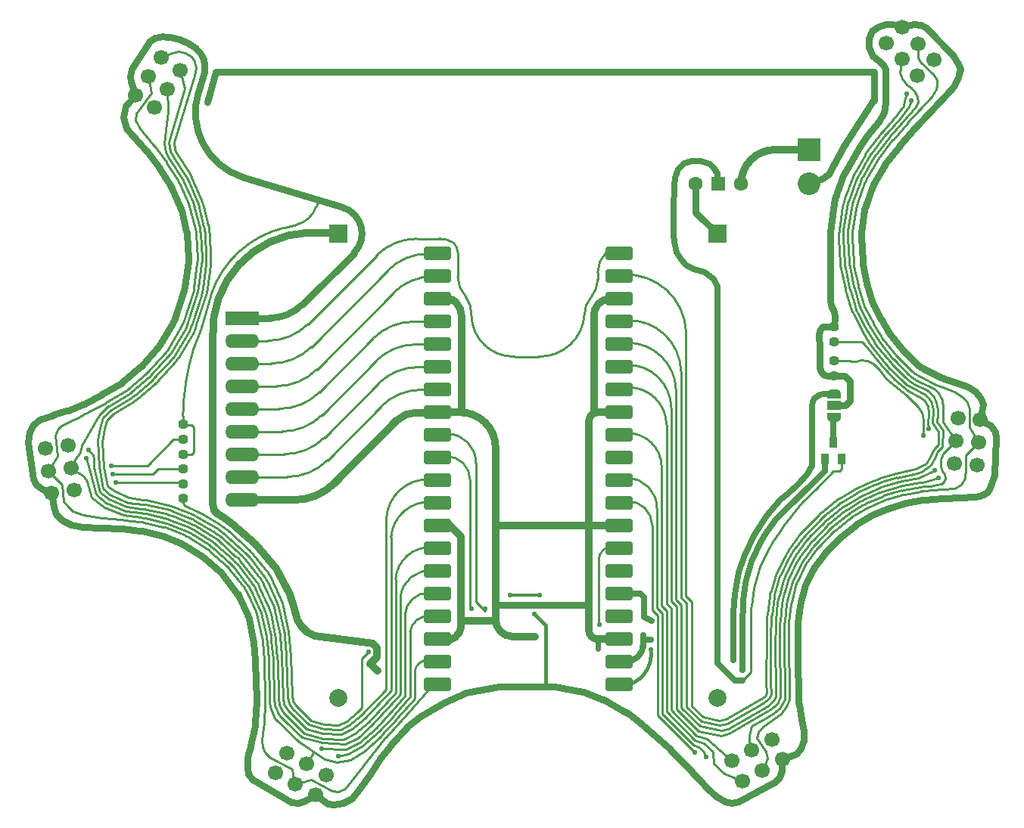
<source format=gbr>
%TF.GenerationSoftware,KiCad,Pcbnew,8.0.6*%
%TF.CreationDate,2024-10-30T16:41:27+09:00*%
%TF.ProjectId,badge24,62616467-6532-4342-9e6b-696361645f70,A*%
%TF.SameCoordinates,Original*%
%TF.FileFunction,Copper,L2,Bot*%
%TF.FilePolarity,Positive*%
%FSLAX46Y46*%
G04 Gerber Fmt 4.6, Leading zero omitted, Abs format (unit mm)*
G04 Created by KiCad (PCBNEW 8.0.6) date 2024-10-30 16:41:27*
%MOMM*%
%LPD*%
G01*
G04 APERTURE LIST*
G04 Aperture macros list*
%AMRoundRect*
0 Rectangle with rounded corners*
0 $1 Rounding radius*
0 $2 $3 $4 $5 $6 $7 $8 $9 X,Y pos of 4 corners*
0 Add a 4 corners polygon primitive as box body*
4,1,4,$2,$3,$4,$5,$6,$7,$8,$9,$2,$3,0*
0 Add four circle primitives for the rounded corners*
1,1,$1+$1,$2,$3*
1,1,$1+$1,$4,$5*
1,1,$1+$1,$6,$7*
1,1,$1+$1,$8,$9*
0 Add four rect primitives between the rounded corners*
20,1,$1+$1,$2,$3,$4,$5,0*
20,1,$1+$1,$4,$5,$6,$7,0*
20,1,$1+$1,$6,$7,$8,$9,0*
20,1,$1+$1,$8,$9,$2,$3,0*%
%AMHorizOval*
0 Thick line with rounded ends*
0 $1 width*
0 $2 $3 position (X,Y) of the first rounded end (center of the circle)*
0 $4 $5 position (X,Y) of the second rounded end (center of the circle)*
0 Add line between two ends*
20,1,$1,$2,$3,$4,$5,0*
0 Add two circle primitives to create the rounded ends*
1,1,$1,$2,$3*
1,1,$1,$4,$5*%
%AMFreePoly0*
4,1,19,0.550000,-0.750000,0.000000,-0.750000,0.000000,-0.744911,-0.071157,-0.744911,-0.207708,-0.704816,-0.327430,-0.627875,-0.420627,-0.520320,-0.479746,-0.390866,-0.500000,-0.250000,-0.500000,0.250000,-0.479746,0.390866,-0.420627,0.520320,-0.327430,0.627875,-0.207708,0.704816,-0.071157,0.744911,0.000000,0.744911,0.000000,0.750000,0.550000,0.750000,0.550000,-0.750000,0.550000,-0.750000,
$1*%
%AMFreePoly1*
4,1,19,0.000000,0.744911,0.071157,0.744911,0.207708,0.704816,0.327430,0.627875,0.420627,0.520320,0.479746,0.390866,0.500000,0.250000,0.500000,-0.250000,0.479746,-0.390866,0.420627,-0.520320,0.327430,-0.627875,0.207708,-0.704816,0.071157,-0.744911,0.000000,-0.744911,0.000000,-0.750000,-0.550000,-0.750000,-0.550000,0.750000,0.000000,0.750000,0.000000,0.744911,0.000000,0.744911,
$1*%
G04 Aperture macros list end*
%TA.AperFunction,Conductor*%
%ADD10C,0.406400*%
%TD*%
%TA.AperFunction,Conductor*%
%ADD11C,0.838200*%
%TD*%
%TA.AperFunction,ComponentPad*%
%ADD12HorizOval,1.700000X0.000000X0.000000X0.000000X0.000000X0*%
%TD*%
%TA.AperFunction,ComponentPad*%
%ADD13HorizOval,1.700000X0.000000X0.000000X0.000000X0.000000X0*%
%TD*%
%TA.AperFunction,ComponentPad*%
%ADD14HorizOval,1.700000X0.000000X0.000000X0.000000X0.000000X0*%
%TD*%
%TA.AperFunction,ComponentPad*%
%ADD15HorizOval,1.700000X0.000000X0.000000X0.000000X0.000000X0*%
%TD*%
%TA.AperFunction,ComponentPad*%
%ADD16HorizOval,1.700000X0.000000X0.000000X0.000000X0.000000X0*%
%TD*%
%TA.AperFunction,ComponentPad*%
%ADD17HorizOval,1.700000X0.000000X0.000000X0.000000X0.000000X0*%
%TD*%
%TA.AperFunction,SMDPad,CuDef*%
%ADD18RoundRect,0.237500X-0.262500X0.237500X-0.262500X-0.237500X0.262500X-0.237500X0.262500X0.237500X0*%
%TD*%
%TA.AperFunction,SMDPad,CuDef*%
%ADD19R,3.810000X1.574800*%
%TD*%
%TA.AperFunction,SMDPad,CuDef*%
%ADD20O,3.810000X1.574800*%
%TD*%
%TA.AperFunction,ComponentPad*%
%ADD21R,2.000000X2.000000*%
%TD*%
%TA.AperFunction,ComponentPad*%
%ADD22C,2.000000*%
%TD*%
%TA.AperFunction,SMDPad,CuDef*%
%ADD23RoundRect,0.237500X0.262500X-0.237500X0.262500X0.237500X-0.262500X0.237500X-0.262500X-0.237500X0*%
%TD*%
%TA.AperFunction,SMDPad,CuDef*%
%ADD24R,2.540000X2.540000*%
%TD*%
%TA.AperFunction,SMDPad,CuDef*%
%ADD25O,2.540000X2.540000*%
%TD*%
%TA.AperFunction,SMDPad,CuDef*%
%ADD26R,0.914400X1.168400*%
%TD*%
%TA.AperFunction,ComponentPad*%
%ADD27R,1.500000X1.500000*%
%TD*%
%TA.AperFunction,ComponentPad*%
%ADD28C,1.600000*%
%TD*%
%TA.AperFunction,SMDPad,CuDef*%
%ADD29FreePoly0,90.000000*%
%TD*%
%TA.AperFunction,SMDPad,CuDef*%
%ADD30R,1.500000X1.000000*%
%TD*%
%TA.AperFunction,SMDPad,CuDef*%
%ADD31FreePoly1,90.000000*%
%TD*%
%TA.AperFunction,SMDPad,CuDef*%
%ADD32RoundRect,0.250000X-1.274000X-0.486600X1.274000X-0.486600X1.274000X0.486600X-1.274000X0.486600X0*%
%TD*%
%TA.AperFunction,ViaPad*%
%ADD33C,0.584200*%
%TD*%
%TA.AperFunction,Conductor*%
%ADD34C,0.762000*%
%TD*%
%TA.AperFunction,Conductor*%
%ADD35C,0.228600*%
%TD*%
%TA.AperFunction,Conductor*%
%ADD36C,0.558800*%
%TD*%
%TA.AperFunction,Conductor*%
%ADD37C,0.355600*%
%TD*%
%TA.AperFunction,Conductor*%
%ADD38C,0.660000*%
%TD*%
%TA.AperFunction,Conductor*%
%ADD39C,0.660400*%
%TD*%
G04 APERTURE END LIST*
D10*
%TO.N,VDD*%
X151009250Y-120954370D02*
X152279250Y-122224370D01*
D11*
%TO.N,Net-(BT1-+)*%
X133461250Y-125743570D02*
X132661250Y-126543570D01*
X132661250Y-126543570D02*
X133486250Y-127243570D01*
D10*
%TO.N,VDD*%
X152279250Y-129056970D02*
X152279250Y-122224370D01*
%TD*%
D12*
%TO.P,J1,1*%
%TO.N,/S1P1*%
X109274590Y-58598420D03*
%TO.P,J1,2*%
%TO.N,/S1P2*%
X111380345Y-60018770D03*
%TO.P,J1,3*%
%TO.N,/SDA0*%
X107854240Y-60704175D03*
%TO.P,J1,4*%
%TO.N,/SCL0*%
X109959996Y-62124525D03*
%TO.P,J1,5*%
%TO.N,VDD*%
X106433890Y-62809931D03*
%TO.P,J1,6*%
%TO.N,GND*%
X108539645Y-64230281D03*
%TD*%
D13*
%TO.P,J6,1*%
%TO.N,/S6P1*%
X195730960Y-58872730D03*
%TO.P,J6,2*%
%TO.N,/S6P2*%
X193903837Y-60637162D03*
%TO.P,J6,3*%
%TO.N,/SDA1*%
X193966528Y-57045607D03*
%TO.P,J6,4*%
%TO.N,/SCL1*%
X192139405Y-58810040D03*
%TO.P,J6,5*%
%TO.N,VDD*%
X192202095Y-55218484D03*
%TO.P,J6,6*%
%TO.N,GND*%
X190374972Y-56982916D03*
%TD*%
D14*
%TO.P,J5,1*%
%TO.N,/S5P1*%
X200587220Y-104218790D03*
%TO.P,J5,2*%
%TO.N,/S252*%
X198053407Y-104041609D03*
%TO.P,J5,3*%
%TO.N,/SDA1*%
X200764401Y-101684977D03*
%TO.P,J5,4*%
%TO.N,/SCL1*%
X198230589Y-101507797D03*
%TO.P,J5,5*%
%TO.N,VDD*%
X200941583Y-99151165D03*
%TO.P,J5,6*%
%TO.N,GND*%
X198407770Y-98973983D03*
%TD*%
D15*
%TO.P,J2,1*%
%TO.N,/S2P1*%
X96324750Y-102384890D03*
%TO.P,J2,2*%
%TO.N,/S2P2*%
X98840031Y-102031390D03*
%TO.P,J2,3*%
%TO.N,/SDA0*%
X96678250Y-104900171D03*
%TO.P,J2,4*%
%TO.N,/SCL0*%
X99193530Y-104546670D03*
%TO.P,J2,5*%
%TO.N,VDD*%
X97031749Y-107415452D03*
%TO.P,J2,6*%
%TO.N,GND*%
X99547030Y-107061952D03*
%TD*%
D16*
%TO.P,J4,1*%
%TO.N,/S4P1*%
X174293270Y-139601920D03*
%TO.P,J4,2*%
%TO.N,/S4P2*%
X173100812Y-137359233D03*
%TO.P,J4,3*%
%TO.N,/SDA1*%
X176535957Y-138409462D03*
%TO.P,J4,4*%
%TO.N,/SCL1*%
X175343498Y-136166776D03*
%TO.P,J4,5*%
%TO.N,VDD*%
X178778644Y-137217004D03*
%TO.P,J4,6*%
%TO.N,GND*%
X177586186Y-134974318D03*
%TD*%
D17*
%TO.P,J3,1*%
%TO.N,/S3P1*%
X122098130Y-138717100D03*
%TO.P,J3,2*%
%TO.N,/S3P2*%
X123329546Y-136495566D03*
%TO.P,J3,3*%
%TO.N,/SDA0*%
X124319664Y-139948516D03*
%TO.P,J3,4*%
%TO.N,/SCL0*%
X125551080Y-137726982D03*
%TO.P,J3,5*%
%TO.N,VDD*%
X126541198Y-141179933D03*
%TO.P,J3,6*%
%TO.N,GND*%
X127772615Y-138958399D03*
%TD*%
D18*
%TO.P,R5,1*%
%TO.N,Net-(LD1-K)*%
X111726250Y-107988570D03*
%TO.P,R5,2*%
%TO.N,GND*%
X111726250Y-106338570D03*
%TD*%
D19*
%TO.P,J7,1,Pin_1*%
%TO.N,VDD*%
X118319050Y-87805970D03*
D20*
%TO.P,J7,2,Pin_2*%
%TO.N,/GP16*%
X118319050Y-90345970D03*
%TO.P,J7,3,Pin_3*%
%TO.N,/GP15*%
X118319050Y-92885970D03*
%TO.P,J7,4,Pin_4*%
%TO.N,/GP14*%
X118319050Y-95425970D03*
%TO.P,J7,5,Pin_5*%
%TO.N,/GP13*%
X118319050Y-97965970D03*
%TO.P,J7,6,Pin_6*%
%TO.N,/GP12*%
X118319050Y-100505970D03*
%TO.P,J7,7,Pin_7*%
%TO.N,/GP11*%
X118319050Y-103045970D03*
%TO.P,J7,8,Pin_8*%
%TO.N,/GP10*%
X118319050Y-105585970D03*
%TO.P,J7,9,Pin_9*%
%TO.N,GND*%
X118319050Y-108125970D03*
%TD*%
D21*
%TO.P,BT1,1,+*%
%TO.N,Net-(BT1-+)*%
X129086250Y-78343570D03*
D22*
%TO.P,BT1,2,-*%
%TO.N,GND*%
X129086250Y-130333570D03*
%TD*%
D23*
%TO.P,R2,1*%
%TO.N,/SCL1*%
X184586250Y-92593570D03*
%TO.P,R2,2*%
%TO.N,VDD*%
X184586250Y-94243570D03*
%TD*%
D24*
%TO.P,J99,1,Pin_1*%
%TO.N,Net-(J99-Pin_1)*%
X181736250Y-68949570D03*
D25*
%TO.P,J99,2,Pin_2*%
%TO.N,GND*%
X181736250Y-72759570D03*
%TD*%
D21*
%TO.P,BT2,1,+*%
%TO.N,Net-(BT2-+)*%
X171534600Y-78358710D03*
D22*
%TO.P,BT2,2,-*%
%TO.N,Net-(BT1-+)*%
X171534600Y-130348710D03*
%TD*%
D23*
%TO.P,R3,1*%
%TO.N,VDD*%
X111736250Y-99693570D03*
%TO.P,R3,2*%
%TO.N,/SCL0*%
X111736250Y-101343570D03*
%TD*%
D26*
%TO.P,T1,1,G*%
%TO.N,Net-(M1-VBUS)*%
X185433890Y-103598200D03*
%TO.P,T1,2,S*%
%TO.N,Net-(M1-VSYS)*%
X183533890Y-103598200D03*
%TO.P,T1,3,D*%
%TO.N,Net-(JP1-A)*%
X184483890Y-101723200D03*
%TD*%
D27*
%TO.P,S1,1,C*%
%TO.N,Net-(M1-VBUS)*%
X171608250Y-72769170D03*
D28*
%TO.P,S1,2,A*%
%TO.N,Net-(BT2-+)*%
X169068250Y-72769170D03*
%TO.P,S1,3,B*%
%TO.N,Net-(J99-Pin_1)*%
X174148250Y-72769170D03*
%TD*%
D18*
%TO.P,R1,1*%
%TO.N,/SDA1*%
X184586250Y-90418570D03*
%TO.P,R1,2*%
%TO.N,VDD*%
X184586250Y-88768570D03*
%TD*%
D29*
%TO.P,JP1,1,A*%
%TO.N,Net-(JP1-A)*%
X184586250Y-98893570D03*
D30*
%TO.P,JP1,2,C*%
%TO.N,VDD*%
X184586250Y-97593570D03*
D31*
%TO.P,JP1,3,B*%
%TO.N,Net-(JP1-B)*%
X184586250Y-96293570D03*
%TD*%
D23*
%TO.P,R4,1*%
%TO.N,VDD*%
X111711250Y-103043570D03*
%TO.P,R4,2*%
%TO.N,/SDA0*%
X111711250Y-104693570D03*
%TD*%
D32*
%TO.P,M1,1,GP0*%
%TO.N,/SDA0*%
X140176250Y-128798570D03*
%TO.P,M1,2,GP1*%
%TO.N,/SCL0*%
X140176250Y-126258570D03*
%TO.P,M1,3,GND*%
%TO.N,GND*%
X140176250Y-123718570D03*
%TO.P,M1,4,GP2*%
%TO.N,/S3P2*%
X140176250Y-121178570D03*
%TO.P,M1,5,GP3*%
%TO.N,/S3P1*%
X140176250Y-118638570D03*
%TO.P,M1,6,GP4*%
%TO.N,/S2P2*%
X140176250Y-116098570D03*
%TO.P,M1,7,GP5*%
%TO.N,/S2P1*%
X140176250Y-113558570D03*
%TO.P,M1,8,GND*%
%TO.N,GND*%
X140176250Y-111018570D03*
%TO.P,M1,9,GP6*%
%TO.N,/S1P2*%
X140176250Y-108478570D03*
%TO.P,M1,10,GP7*%
%TO.N,/S1P1*%
X140176250Y-105938570D03*
%TO.P,M1,11,GP8*%
%TO.N,/SW1*%
X140176250Y-103398570D03*
%TO.P,M1,12,GP9*%
%TO.N,/SW2*%
X140176250Y-100858570D03*
%TO.P,M1,13,GND*%
%TO.N,GND*%
X140176250Y-98318570D03*
%TO.P,M1,14,GP10*%
%TO.N,/GP10*%
X140176250Y-95778570D03*
%TO.P,M1,15,GP11*%
%TO.N,/GP11*%
X140176250Y-93238570D03*
%TO.P,M1,16,GP12*%
%TO.N,/GP12*%
X140176250Y-90698570D03*
%TO.P,M1,17,GP13*%
%TO.N,/GP13*%
X140176250Y-88158570D03*
%TO.P,M1,18,GND*%
%TO.N,GND*%
X140176250Y-85618570D03*
%TO.P,M1,19,GP14*%
%TO.N,/GP14*%
X140176250Y-83078570D03*
%TO.P,M1,20,GP15*%
%TO.N,/GP15*%
X140176250Y-80538570D03*
%TO.P,M1,21,GP16*%
%TO.N,/GP16*%
X160496250Y-80538570D03*
%TO.P,M1,22,GP17*%
%TO.N,/S6P2*%
X160496250Y-83078570D03*
%TO.P,M1,23,GND*%
%TO.N,GND*%
X160496250Y-85618570D03*
%TO.P,M1,24,GP18*%
%TO.N,/S6P1*%
X160496250Y-88158570D03*
%TO.P,M1,25,GP19*%
%TO.N,/S252*%
X160496250Y-90698570D03*
%TO.P,M1,26,GP20*%
%TO.N,/S5P1*%
X160496250Y-93238570D03*
%TO.P,M1,27,GP21*%
%TO.N,/S4P2*%
X160496250Y-95778570D03*
%TO.P,M1,28,GND*%
%TO.N,GND*%
X160496250Y-98318570D03*
%TO.P,M1,29,GP22*%
%TO.N,/S4P1*%
X160496250Y-100858570D03*
%TO.P,M1,30,RUN*%
%TO.N,unconnected-(M1-RUN-Pad30)*%
X160496250Y-103398570D03*
%TO.P,M1,31,GP26*%
%TO.N,/SDA1*%
X160496250Y-105938570D03*
%TO.P,M1,32,GP27*%
%TO.N,/SCL1*%
X160496250Y-108478570D03*
%TO.P,M1,33,AGND*%
%TO.N,GND*%
X160496250Y-111018570D03*
%TO.P,M1,34,GP28*%
%TO.N,/SW3*%
X160496250Y-113558570D03*
%TO.P,M1,35,ADC_VREF*%
%TO.N,unconnected-(M1-ADC_VREF-Pad35)*%
X160496250Y-116098570D03*
%TO.P,M1,36,3V3_OUT*%
%TO.N,Net-(JP1-B)*%
X160496250Y-118638570D03*
%TO.P,M1,37,3V3_EN*%
%TO.N,unconnected-(M1-3V3_EN-Pad37)*%
X160496250Y-121178570D03*
%TO.P,M1,38,GND*%
%TO.N,GND*%
X160496250Y-123718570D03*
%TO.P,M1,39,VSYS*%
%TO.N,Net-(M1-VSYS)*%
X160496250Y-126258570D03*
%TO.P,M1,40,VBUS*%
%TO.N,Net-(M1-VBUS)*%
X160496250Y-128798570D03*
%TD*%
D33*
%TO.N,VDD*%
X151009250Y-120954370D03*
%TO.N,GND*%
X189032650Y-61262970D03*
X115423450Y-60221570D03*
X151136250Y-123443570D03*
X158171650Y-124813770D03*
X189032650Y-60247800D03*
X148595850Y-123442170D03*
X189032650Y-62278970D03*
X114483650Y-63599770D03*
X104186250Y-106218570D03*
X189032650Y-63294970D03*
X114839250Y-62482170D03*
X115144050Y-61415370D03*
%TO.N,/SCL0*%
X103711250Y-104318570D03*
%TO.N,/SDA0*%
X103911250Y-105243570D03*
%TO.N,/S2P1*%
X101148650Y-102512570D03*
%TO.N,/S2P2*%
X100869250Y-103503170D03*
%TO.N,/S3P2*%
X129114050Y-136827970D03*
%TO.N,/S3P1*%
X127209050Y-136015170D03*
%TO.N,/SCL1*%
X168966650Y-136421570D03*
X194569811Y-100937797D03*
%TO.N,/SDA1*%
X195154011Y-100150397D03*
X170262050Y-136954970D03*
%TO.N,/S252*%
X195814450Y-104849370D03*
%TO.N,/S5P1*%
X196220850Y-105687570D03*
%TO.N,/S6P2*%
X192690250Y-62659970D03*
%TO.N,/S6P1*%
X193172850Y-63396570D03*
%TO.N,/SW1*%
X143998450Y-120368770D03*
%TO.N,/SW2*%
X148291050Y-118804560D03*
X145547850Y-120368770D03*
X151643850Y-118804560D03*
%TO.N,/SW3*%
X158273250Y-122095970D03*
%TO.N,Net-(BT1-+)*%
X133457450Y-125753570D03*
X133482850Y-127252170D03*
X132670050Y-126540970D03*
%TO.N,Net-(M1-VBUS)*%
X174336250Y-128343570D03*
X164089850Y-124940770D03*
%TO.N,Net-(M1-VSYS)*%
X164064450Y-123797770D03*
X163251650Y-123264370D03*
X174286250Y-125093570D03*
X174300650Y-127193570D03*
X174300650Y-126210770D03*
X163251650Y-124280370D03*
%TO.N,Net-(JP1-B)*%
X164115250Y-121714970D03*
X173336250Y-126125570D03*
X173336250Y-125109570D03*
X173336250Y-124093570D03*
X163327850Y-121283170D03*
X163327850Y-120317970D03*
%TO.N,Net-(LD1-K)*%
X132466850Y-125194770D03*
%TD*%
D34*
%TO.N,VDD*%
X140942000Y-130817820D02*
X143390600Y-129763720D01*
X182836250Y-89643570D02*
X182886250Y-90143570D01*
X194641100Y-108143420D02*
X196723600Y-107965620D01*
X184155825Y-78534974D02*
X184142325Y-78072074D01*
X190302625Y-59942174D02*
X190328025Y-63675974D01*
X187420325Y-68630874D02*
X188296025Y-67358974D01*
X201592300Y-107346320D02*
X201790200Y-107179620D01*
X168691900Y-138653420D02*
X168705300Y-138666820D01*
X184155825Y-85773995D02*
X184155825Y-78534974D01*
X188977600Y-86291220D02*
X189810100Y-87884020D01*
X119870400Y-128311420D02*
X119870500Y-128324820D01*
X202041400Y-106748920D02*
X202469250Y-105306570D01*
X127898630Y-142205570D02*
X128633570Y-142296300D01*
X196838000Y-94552020D02*
X196896600Y-94567020D01*
X185130600Y-112467820D02*
X185322400Y-112297520D01*
X184686250Y-87643570D02*
X184586250Y-88768570D01*
X190680500Y-89322320D02*
X190865500Y-89600020D01*
X166231900Y-136117620D02*
X166248000Y-136134020D01*
X202061770Y-99857370D02*
X202577250Y-100486290D01*
X193974800Y-93029820D02*
X194454800Y-93386220D01*
X102570300Y-111239420D02*
X102639000Y-111241120D01*
X106876400Y-111605220D02*
X107163300Y-111646320D01*
X105314250Y-64031570D02*
X106433910Y-62809920D01*
X195158500Y-64856820D02*
X195175200Y-64838220D01*
X118903250Y-138072570D02*
X119030250Y-138834570D01*
X202469250Y-105306570D02*
X202690920Y-101186660D01*
X186356950Y-97072870D02*
X185836250Y-97593570D01*
X156570900Y-129667120D02*
X158658700Y-130466520D01*
X186824400Y-111075620D02*
X187104200Y-110889520D01*
X198206900Y-61310220D02*
X198405250Y-60856570D01*
X198532250Y-59459570D02*
X198659250Y-59967570D01*
X118935800Y-137084620D02*
X119024600Y-136591620D01*
X111444300Y-112993520D02*
X111789200Y-113159020D01*
X191941300Y-68427320D02*
X193524900Y-66602320D01*
X184675325Y-74426674D02*
X185606925Y-71840974D01*
X119819600Y-126356020D02*
X119870400Y-128311420D01*
X190124825Y-59510374D02*
X190302625Y-59942174D01*
X102639000Y-111241120D02*
X104771900Y-111343120D01*
X112169300Y-78270520D02*
X112182700Y-78430220D01*
X94976450Y-99743970D02*
X95688200Y-99192820D01*
X196794600Y-94539520D02*
X196795300Y-94539720D01*
X182305900Y-115773620D02*
X182330400Y-115739220D01*
X105847650Y-60704170D02*
X105898450Y-61313770D01*
X189077300Y-72671120D02*
X190167900Y-70778320D01*
X186356950Y-95028470D02*
X186356950Y-97072870D01*
D35*
X112968803Y-91030553D02*
X113654663Y-89106103D01*
D34*
X119919500Y-130489420D02*
X119921500Y-130701220D01*
X192202095Y-55218484D02*
X192207625Y-54938374D01*
X183486250Y-94143570D02*
X183161250Y-93793570D01*
X182936250Y-92868570D02*
X182911250Y-92093570D01*
X188243000Y-83922920D02*
X188307100Y-84149220D01*
X184586250Y-87093570D02*
X184686250Y-87643570D01*
X105847650Y-60704170D02*
X106000050Y-59891370D01*
X189892200Y-88024720D02*
X190680500Y-89322320D01*
X188448425Y-56513174D02*
X188804025Y-55624174D01*
X189591425Y-65784174D02*
X190124825Y-64768174D01*
X169588400Y-139576320D02*
X170325700Y-140363020D01*
X198001600Y-61710420D02*
X198206900Y-61310220D01*
X115962500Y-116295820D02*
X116243500Y-116584120D01*
X105060250Y-65301570D02*
X105314250Y-64031570D01*
X188895600Y-73034520D02*
X189077300Y-72671120D01*
X97541850Y-109751570D02*
X98202250Y-110386570D01*
X166248000Y-136134020D02*
X167594500Y-137531420D01*
X200941610Y-99151170D02*
X202061770Y-99857370D01*
X188530800Y-110025320D02*
X188801600Y-109874620D01*
X102708400Y-96328720D02*
X104765800Y-95109120D01*
X188905625Y-58468974D02*
X189616825Y-59053174D01*
X189616825Y-59053174D02*
X190124825Y-59510374D01*
X173894250Y-141958770D02*
X177995950Y-139759870D01*
X184180025Y-77528474D02*
X184558925Y-74964074D01*
X184142325Y-78072074D02*
X184180025Y-77538174D01*
X107783400Y-69203120D02*
X109051100Y-70912520D01*
X197890150Y-58330500D02*
X198532250Y-59459570D01*
X153749500Y-129107120D02*
X156033700Y-129554420D01*
X182886250Y-90143570D02*
X182911250Y-90693570D01*
X118358180Y-71995720D02*
X129570950Y-75395120D01*
X100447800Y-97511620D02*
X100767200Y-97378520D01*
X190167900Y-70778320D02*
X190347600Y-70488520D01*
X98202250Y-110386570D02*
X99218250Y-110894570D01*
X187778800Y-81741320D02*
X188243000Y-83922920D01*
X180493200Y-126702620D02*
X180542400Y-129384320D01*
X94366850Y-101674370D02*
X94976450Y-105814570D01*
X183642400Y-114000220D02*
X185130600Y-112467820D01*
X178462360Y-139184660D02*
X178722550Y-138414210D01*
X187740900Y-81408920D02*
X187778800Y-81741320D01*
X158797100Y-130524020D02*
X158819600Y-130534620D01*
X107612400Y-68990520D02*
X107783400Y-69203120D01*
X198532250Y-60475570D02*
X198659250Y-59967570D01*
X143390600Y-129763720D02*
X143830100Y-129639520D01*
X111789200Y-113159020D02*
X113798600Y-114408520D01*
X183186250Y-88868570D02*
X182911250Y-89168570D01*
X180468500Y-124217120D02*
X180499500Y-122183520D01*
X180367760Y-136609360D02*
X180834160Y-136034190D01*
X182290500Y-115796120D02*
X182303600Y-115776820D01*
X190404225Y-54887574D02*
X192207625Y-54938374D01*
X111442100Y-75380720D02*
X111557900Y-75749320D01*
X180920100Y-132692220D02*
X181133250Y-134008570D01*
X183445100Y-114226120D02*
X183642400Y-114000220D01*
X99218250Y-110894570D02*
X100498900Y-111165320D01*
X105898450Y-61313770D02*
X106433910Y-62809920D01*
D35*
X112661250Y-99718570D02*
X111686250Y-99718570D01*
X123108363Y-77662223D02*
X124450703Y-77324703D01*
D34*
X192284900Y-91342520D02*
X192443500Y-91521220D01*
X119775400Y-133343220D02*
X119775400Y-133342820D01*
X116243500Y-116584120D02*
X117795300Y-118601720D01*
X136839500Y-133560220D02*
X138334250Y-132357570D01*
X182961250Y-93318570D02*
X182936250Y-92868570D01*
D35*
X113654663Y-89106103D02*
X114213463Y-87404303D01*
X111686250Y-99718570D02*
X111721871Y-99682949D01*
D34*
X98675100Y-98168420D02*
X98843100Y-98107420D01*
X118933400Y-121022420D02*
X119093600Y-121469020D01*
X158658700Y-130466520D02*
X158760900Y-130507720D01*
X190738500Y-109036120D02*
X192313900Y-108579220D01*
X97229200Y-98619120D02*
X97278100Y-98602320D01*
X119870500Y-128324820D02*
X119919500Y-130489420D01*
X95357450Y-106449570D02*
X95992450Y-106957570D01*
X201027760Y-96781180D02*
X201268360Y-97481520D01*
X167603200Y-137540720D02*
X168691900Y-138653420D01*
X104771900Y-111343120D02*
X105005900Y-111369920D01*
X106874100Y-93321220D02*
X107095600Y-93116220D01*
X158771900Y-130512520D02*
X158797100Y-130524020D01*
X128633570Y-142296300D02*
X129603100Y-142086780D01*
X168705300Y-138666820D02*
X169539300Y-139526320D01*
X190466300Y-109131620D02*
X190738500Y-109036120D01*
X196795300Y-94539720D02*
X196836000Y-94551420D01*
X181133250Y-134008570D02*
X181170250Y-135100950D01*
X118903250Y-138072570D02*
X118903300Y-137584420D01*
X119578600Y-123727820D02*
X119616400Y-124057320D01*
X180499500Y-122183520D02*
X180508200Y-121888220D01*
X182303600Y-115776820D02*
X182305900Y-115773620D01*
X147087400Y-129072720D02*
X153280300Y-129079620D01*
X94976450Y-105814570D02*
X95357450Y-106449570D01*
X158819600Y-130534620D02*
X158828700Y-130539020D01*
X180468600Y-124264820D02*
X180468600Y-124262720D01*
X105359200Y-66588420D02*
X107612400Y-68990520D01*
X108876100Y-91155920D02*
X109157900Y-90792420D01*
X111557900Y-75749320D02*
X112124800Y-78043420D01*
X169539300Y-139526320D02*
X169588400Y-139576320D01*
X202577250Y-100486290D02*
X202690920Y-101186660D01*
X180542400Y-129384320D02*
X180544000Y-129539620D01*
X98843100Y-98107420D02*
X100447800Y-97511620D01*
X180468600Y-124264820D02*
X180493000Y-126672620D01*
X200827600Y-107698820D02*
X201278200Y-107523520D01*
X109146000Y-71048520D02*
X110312100Y-72902820D01*
X198405250Y-60856570D02*
X198532250Y-60475570D01*
D35*
X112936250Y-102768570D02*
X112936250Y-99993570D01*
D34*
X119535420Y-139492810D02*
X123889210Y-141974060D01*
X184560325Y-74964274D02*
X184675325Y-74426674D01*
X185779150Y-94243570D02*
X186356950Y-94821370D01*
X138334250Y-132357570D02*
X140554800Y-131046920D01*
X186042625Y-70959974D02*
X186046125Y-70962274D01*
X119772700Y-133359120D02*
X119775400Y-133343220D01*
X201946300Y-106972620D02*
X202041400Y-106748920D01*
D35*
X111725650Y-103033770D02*
X112671050Y-103033770D01*
D34*
X187595600Y-78233720D02*
X187974500Y-75669320D01*
X193613800Y-66500220D02*
X195158500Y-64856820D01*
X190347600Y-70488520D02*
X191824700Y-68564820D01*
X95688200Y-99192820D02*
X97229200Y-98619120D01*
X126541190Y-141179940D02*
X127898630Y-142205570D01*
X187974500Y-75669320D02*
X188099400Y-75228220D01*
X190124825Y-64768174D02*
X190328025Y-63675974D01*
X112305300Y-81477620D02*
X112329700Y-81074120D01*
X180493000Y-126672620D02*
X180493200Y-126702620D01*
X112168000Y-78260420D02*
X112169300Y-78270520D01*
X196924200Y-107960620D02*
X200337400Y-107828320D01*
X183911250Y-94243570D02*
X183486250Y-94143570D01*
X185606925Y-71840974D02*
X185804525Y-71389974D01*
X100767200Y-97378520D02*
X102615600Y-96379820D01*
X117803800Y-118612920D02*
X117808300Y-118619020D01*
X188448425Y-57402174D02*
X188448425Y-56513174D01*
X182911250Y-90693570D02*
X182911250Y-92093570D01*
X125415430Y-141877150D02*
X126541190Y-141179940D01*
X119024600Y-136591620D02*
X119242500Y-135861420D01*
X182351100Y-115711220D02*
X183445100Y-114226120D01*
X146638700Y-129100020D02*
X147087400Y-129072720D01*
X124624170Y-142064770D02*
X125415430Y-141877150D01*
X119755100Y-133451320D02*
X119772700Y-133359120D01*
X118026800Y-119000920D02*
X118933400Y-121022420D01*
X118903300Y-137584420D02*
X118935800Y-137084620D01*
X180508200Y-121888220D02*
X180730100Y-119952120D01*
X170325700Y-140363020D02*
X170417500Y-140468720D01*
D35*
X126617173Y-75331983D02*
X126862663Y-74577303D01*
D34*
X183286250Y-88768570D02*
X183186250Y-88868570D01*
X185804525Y-71389974D02*
X186042625Y-70959974D01*
X200941610Y-99151170D02*
X201268360Y-97481520D01*
X159050400Y-130668020D02*
X160940250Y-131722570D01*
X130628920Y-141598910D02*
X131476250Y-140485570D01*
X186046125Y-70962274D02*
X187420325Y-68630874D01*
X172370250Y-141958770D02*
X173132250Y-142085770D01*
X164242250Y-134262570D02*
X166231900Y-136117620D01*
X177995950Y-139759870D02*
X178462360Y-139184660D01*
X184586250Y-94243570D02*
X183911250Y-94243570D01*
X171354250Y-141323770D02*
X172370250Y-141958770D01*
X194294070Y-54932790D02*
X194925450Y-55293970D01*
X97278100Y-98602320D02*
X98675100Y-98168420D01*
X188307100Y-84149220D02*
X188817300Y-85911820D01*
X109157900Y-90792420D02*
X110665700Y-88212820D01*
X97031750Y-107415450D02*
X97237050Y-108938770D01*
X123889210Y-141974060D02*
X124624170Y-142064770D01*
X200337400Y-107828320D02*
X200827600Y-107698820D01*
X109538900Y-112223720D02*
X111444300Y-112993520D01*
X187104200Y-110889520D02*
X188530800Y-110025320D01*
X196723600Y-107965620D02*
X196924200Y-107960620D01*
X180614100Y-130807120D02*
X180640400Y-131117020D01*
X113798600Y-114408520D02*
X114118700Y-114663820D01*
X196896600Y-94567020D02*
X199421250Y-95400570D01*
X119093600Y-121469020D02*
X119578600Y-123727820D01*
X193524900Y-66602320D02*
X193613800Y-66500220D01*
X190865500Y-89600020D02*
X192284900Y-91342520D01*
X140554800Y-131046920D02*
X140942000Y-130817820D01*
X181382000Y-117630520D02*
X182150200Y-116045920D01*
X158760900Y-130507720D02*
X158771900Y-130512520D01*
X173132250Y-142085770D02*
X173894250Y-141958770D01*
X192202120Y-55218480D02*
X193482550Y-54880860D01*
X178778650Y-137217040D02*
X180367760Y-136609360D01*
X107095600Y-93116220D02*
X108876100Y-91155920D01*
X162845250Y-133119570D02*
X164242250Y-134262570D01*
X170417500Y-140468720D02*
X171354250Y-141323770D01*
X196836000Y-94551420D02*
X196838000Y-94552020D01*
X180468500Y-124251320D02*
X180468500Y-124217120D01*
X132619250Y-138834570D02*
X133828400Y-137050920D01*
X180640400Y-131117020D02*
X180920100Y-132692220D01*
X184180025Y-77538174D02*
X184180025Y-77528474D01*
X107163300Y-111646320D02*
X109222100Y-112118720D01*
X196470100Y-94405220D02*
X196758600Y-94528220D01*
X184586250Y-88768570D02*
X183286250Y-88768570D01*
X188448425Y-57402174D02*
X188905625Y-58468974D01*
X200414430Y-96001620D02*
X201027760Y-96781180D01*
X117808300Y-118619020D02*
X118026800Y-119000920D01*
X158828700Y-130539020D02*
X159050400Y-130668020D01*
X189810100Y-87884020D02*
X189892200Y-88024720D01*
X184586250Y-94243570D02*
X185779150Y-94243570D01*
X184675325Y-74426674D02*
X184812025Y-74035174D01*
X188099400Y-75228220D02*
X188895600Y-73034520D01*
X180468500Y-124251320D02*
X180468600Y-124262720D01*
X195175200Y-64838220D02*
X197659600Y-62136020D01*
D35*
X111721871Y-99682949D02*
X111721871Y-98740699D01*
D34*
X160940250Y-131722570D02*
X161575250Y-132103570D01*
X105005900Y-111369920D02*
X106876400Y-111605220D01*
X187587200Y-78676320D02*
X187740900Y-81408920D01*
X117795300Y-118601720D02*
X117803800Y-118612920D01*
X113472040Y-62469900D02*
X114134240Y-60240680D01*
X184675325Y-74426674D02*
X184812025Y-74035174D01*
X192629000Y-108493420D02*
X194443800Y-108171020D01*
X100498900Y-111165320D02*
X100523200Y-111166720D01*
X180834160Y-136034190D02*
X181170250Y-135100950D01*
X110490000Y-73215720D02*
X111442100Y-75380720D01*
X182330400Y-115739220D02*
X182351100Y-115711220D01*
X188296025Y-67358974D02*
X189591425Y-65784174D01*
X112159200Y-78203020D02*
X112160500Y-78210920D01*
X110312100Y-72902820D02*
X110490000Y-73215720D01*
X112160500Y-78210920D02*
X112164400Y-78235720D01*
X156033700Y-129554420D02*
X156570900Y-129667120D01*
X153280300Y-129079620D02*
X153749500Y-129107120D01*
X183161250Y-93793570D02*
X182961250Y-93318570D01*
X186356950Y-94821370D02*
X186356950Y-95028470D01*
X194454800Y-93386220D02*
X196470100Y-94405220D01*
X191824700Y-68564820D02*
X191941300Y-68427320D01*
X125053310Y-86292580D02*
X130855470Y-80501950D01*
X133828400Y-137050920D02*
X134997000Y-135571620D01*
X97237050Y-108938770D02*
X97541850Y-109751570D01*
X112164400Y-78235720D02*
X112168000Y-78260420D01*
X111943200Y-84262820D02*
X112305300Y-81477620D01*
X193482550Y-54880860D02*
X194294070Y-54932790D01*
X180544000Y-129539620D02*
X180614100Y-130807120D01*
X180813200Y-119583020D02*
X181254100Y-117991720D01*
X131476250Y-140485570D02*
X132619250Y-138834570D01*
X194925450Y-55293970D02*
X197890150Y-58330500D01*
X188817300Y-85911820D02*
X188977600Y-86291220D01*
X143830100Y-129639520D02*
X146638700Y-129100020D01*
X192313900Y-108579220D02*
X192629000Y-108493420D01*
X184558925Y-74964074D02*
X184560325Y-74964274D01*
X119794900Y-133137920D02*
X119921500Y-130701220D01*
X104765800Y-95109120D02*
X105088900Y-94863820D01*
X201790200Y-107179620D02*
X201946300Y-106972620D01*
X194443800Y-108171020D02*
X194641100Y-108143420D01*
X199421250Y-95400570D02*
X200414430Y-96001620D01*
D35*
X112936250Y-99993570D02*
X112661250Y-99718570D01*
D34*
X111862100Y-84675220D02*
X111943200Y-84262820D01*
X94544650Y-100556770D02*
X94976450Y-99743970D01*
X129603100Y-142086780D02*
X130628920Y-141598910D01*
X189591425Y-55116174D02*
X190404225Y-54887574D01*
X187587200Y-78676320D02*
X187595600Y-78233720D01*
X109222100Y-112118720D02*
X109538900Y-112223720D01*
X105060250Y-65301570D02*
X105359200Y-66588420D01*
X136712200Y-133685320D02*
X136839500Y-133560220D01*
X119293400Y-135638720D02*
X119755100Y-133451320D01*
X188804025Y-55624174D02*
X189591425Y-55116174D01*
X185836250Y-97593570D02*
X184586250Y-97593570D01*
X182911250Y-89168570D02*
X182836250Y-89643570D01*
X119616400Y-124057320D02*
X119807100Y-126184320D01*
X182150200Y-116045920D02*
X182290500Y-115796120D01*
X94366850Y-101674370D02*
X94544650Y-100556770D01*
D35*
X114213463Y-87404303D02*
X114899263Y-85067503D01*
D34*
X188801600Y-109874620D02*
X190466300Y-109131620D01*
X184211250Y-86343570D02*
X184586250Y-87093570D01*
X105088900Y-94863820D02*
X106874100Y-93321220D01*
X102615600Y-96379820D02*
X102708400Y-96328720D01*
X100523200Y-111166720D02*
X102570300Y-111239420D01*
X110846300Y-87778820D02*
X111862100Y-84675220D01*
X112124800Y-78043420D02*
X112159200Y-78203020D01*
X167594500Y-137531420D02*
X167603200Y-137540720D01*
X135154700Y-135373320D02*
X136712200Y-133685320D01*
X110665700Y-88212820D02*
X110846300Y-87778820D01*
X185322400Y-112297520D02*
X186824400Y-111075620D01*
X161575250Y-132103570D02*
X162845250Y-133119570D01*
X180730100Y-119952120D02*
X180813200Y-119583020D01*
X119775400Y-133342820D02*
X119794900Y-133137920D01*
D35*
X112671050Y-103033770D02*
X112936250Y-102768570D01*
D34*
X201278200Y-107523520D02*
X201592300Y-107346320D01*
X134997000Y-135571620D02*
X135154700Y-135373320D01*
X119242500Y-135861420D02*
X119293400Y-135638720D01*
X181254100Y-117991720D02*
X181382000Y-117630520D01*
X192443500Y-91521220D02*
X193974800Y-93029820D01*
X184155825Y-85773995D02*
X184211250Y-86343570D01*
X118039650Y-87805970D02*
X121443250Y-87787920D01*
X112182700Y-78430220D02*
X112329700Y-81074120D01*
X106000050Y-59891370D02*
X107930450Y-56919570D01*
X178722550Y-138414210D02*
X178727850Y-137090040D01*
X109051100Y-70912520D02*
X109146000Y-71048520D01*
X95992450Y-106957570D02*
X97234950Y-107415450D01*
X119807100Y-126184320D02*
X119819600Y-126356020D01*
X197659600Y-62136020D02*
X198001600Y-61710420D01*
X119030250Y-138834570D02*
X119535420Y-139492810D01*
X196758600Y-94528220D02*
X196794600Y-94539520D01*
X114118700Y-114663820D02*
X115962500Y-116295820D01*
X118358174Y-71995722D02*
G75*
G02*
X113472047Y-62469901I2382326J7238022D01*
G01*
X107993269Y-56880789D02*
G75*
G02*
X109403650Y-56296634I1410331J-1410411D01*
G01*
D35*
X114891815Y-85092874D02*
G75*
G02*
X123108359Y-77662230I10836835J-3724886D01*
G01*
X111721871Y-98740699D02*
G75*
G02*
X112968749Y-91030687I28179429J-601401D01*
G01*
X126617177Y-75331986D02*
G75*
G02*
X124450698Y-77324681I-2904077J983286D01*
G01*
D34*
X113188672Y-57650318D02*
G75*
G02*
X114134266Y-60240682I-1519572J-2022482D01*
G01*
X129570944Y-75395123D02*
G75*
G02*
X130857660Y-80499830I-881344J-2936677D01*
G01*
X125053313Y-86292583D02*
G75*
G02*
X121443250Y-87787879I-3610013J3610083D01*
G01*
X109403650Y-56296590D02*
G75*
G02*
X113213280Y-57617597I-50J-6153910D01*
G01*
D11*
%TO.N,GND*%
X140645620Y-98341660D02*
X142682960Y-98341660D01*
X128651180Y-106291500D02*
X135638110Y-99265110D01*
X137806140Y-98367080D02*
X140925010Y-98367080D01*
X118801650Y-108151370D02*
X124161050Y-108151370D01*
X158171650Y-123741710D02*
X160483010Y-123741710D01*
X142830050Y-122426170D02*
X142830050Y-112266170D01*
X142682960Y-98341660D02*
X142906250Y-98118370D01*
D34*
X115423450Y-60221570D02*
X189032650Y-60247800D01*
X114483650Y-63599770D02*
X115423450Y-60221100D01*
D11*
X146690850Y-121791170D02*
X146690850Y-102207770D01*
X142906250Y-98118370D02*
X142906250Y-87653570D01*
D34*
X183952650Y-71676970D02*
X185679850Y-68527370D01*
D11*
X142880850Y-121689570D02*
X146690850Y-121689570D01*
D34*
X183261250Y-72118570D02*
X183952650Y-71676970D01*
D11*
X141605560Y-111041680D02*
X142830050Y-112266170D01*
D36*
X158171650Y-124813770D02*
X158171650Y-123741710D01*
D34*
X146690850Y-119886170D02*
X157130250Y-119886170D01*
D35*
X104186250Y-106218570D02*
X111740650Y-106218570D01*
D11*
X157130250Y-122781770D02*
X157130250Y-99484030D01*
D34*
X181736250Y-72759570D02*
X183261250Y-72118570D01*
D11*
X157689050Y-98321570D02*
X157689050Y-98296170D01*
D34*
X189032650Y-63396570D02*
X189032650Y-60272370D01*
D11*
X157689050Y-98296170D02*
X157689050Y-87526680D01*
X146690850Y-111046970D02*
X160660850Y-111046970D01*
X157689050Y-98346970D02*
X160483040Y-98346970D01*
X148595850Y-123442170D02*
X151135850Y-123442170D01*
D34*
X185679850Y-68527370D02*
X189032650Y-63294970D01*
D11*
X142682961Y-98341658D02*
G75*
G02*
X146690942Y-102207769I70939J-3937042D01*
G01*
X142830049Y-122426172D02*
G75*
G02*
X140874236Y-123874050I-1701849J253972D01*
G01*
X142245849Y-86002571D02*
G75*
G02*
X142906236Y-87596920I-1594349J-1594329D01*
G01*
X157137488Y-99484026D02*
G75*
G02*
X158025203Y-98354284I1008712J121026D01*
G01*
X135638115Y-99265105D02*
G75*
G02*
X137806140Y-98367099I2167985J-2167995D01*
G01*
X158171653Y-123741711D02*
G75*
G02*
X157130190Y-122781775I-40753J1000711D01*
G01*
X141387360Y-85646960D02*
G75*
G02*
X142245887Y-86002533I40J-1214140D01*
G01*
X128651178Y-106291498D02*
G75*
G02*
X124161050Y-108151343I-4490078J4490098D01*
G01*
X157680832Y-87526681D02*
G75*
G02*
X159390842Y-85621556I1887868J25481D01*
G01*
X148595850Y-123442170D02*
G75*
G02*
X146690930Y-121537170I50J1904970D01*
G01*
D35*
%TO.N,/S1P1*%
X122165950Y-119524770D02*
X122350150Y-119942570D01*
X123255750Y-125433870D02*
X123273750Y-125636370D01*
X114762100Y-81906620D02*
X114766200Y-81907320D01*
X110032200Y-108695410D02*
X110418100Y-108806510D01*
X114431700Y-84448220D02*
X114433400Y-84448320D01*
X123053950Y-123160570D02*
X123053950Y-123150770D01*
X110445050Y-58062570D02*
X111257850Y-57960970D01*
X120763950Y-116661170D02*
X120768650Y-116657670D01*
X114638700Y-77947920D02*
X114638700Y-77908820D01*
X123053950Y-123160570D02*
X123072850Y-123471870D01*
X111316100Y-92052220D02*
X112823900Y-89472620D01*
X108407300Y-95293920D02*
X108673900Y-95054220D01*
X118674650Y-114069570D02*
X119184350Y-114603270D01*
X123419900Y-130274110D02*
X123576850Y-130909770D01*
X114235100Y-85446720D02*
X114366200Y-84950120D01*
X104044250Y-107160770D02*
X105657100Y-107917310D01*
X122341550Y-119945670D02*
X122503150Y-120493970D01*
X131628650Y-132255970D02*
X134473450Y-129362120D01*
X112949400Y-109826810D02*
X113361600Y-110046110D01*
X111257850Y-57960970D02*
X112019850Y-58062570D01*
X113892900Y-74819320D02*
X114009100Y-75270820D01*
X114668000Y-78144820D02*
X114671200Y-78293620D01*
X114538900Y-77416020D02*
X114585100Y-77594520D01*
X121066050Y-117105770D02*
X121281650Y-117553070D01*
X122341550Y-119945670D02*
X122350150Y-119942570D01*
X114640000Y-77948220D02*
X114668000Y-78144820D01*
X112577000Y-71824020D02*
X112775200Y-72209820D01*
X110826050Y-68933770D02*
X111053100Y-69428120D01*
X106438700Y-96978020D02*
X106769600Y-96705520D01*
X105657100Y-107917310D02*
X107279200Y-108121310D01*
X114635100Y-77884120D02*
X114638700Y-77908820D01*
X114366200Y-84950120D02*
X114433400Y-84448320D01*
X102901250Y-100175770D02*
X103231450Y-99235970D01*
X114638700Y-77947920D02*
X114640000Y-77948220D01*
X114009100Y-75270820D02*
X114538900Y-77416020D01*
X112775200Y-72209820D02*
X113727300Y-74374820D01*
X114819400Y-81423220D02*
X114819900Y-80937420D01*
X127513850Y-133805370D02*
X129317250Y-133856170D01*
X123072850Y-123471870D02*
X123248850Y-125434670D01*
X102698050Y-101598170D02*
X102850450Y-104519170D01*
X108673900Y-95054220D02*
X108678700Y-95059420D01*
X110699050Y-68095570D02*
X110826050Y-68933770D01*
X120745850Y-116640370D02*
X120763950Y-116661170D01*
X113727300Y-74374820D02*
X113892900Y-74819320D01*
X114621400Y-77830020D02*
X114625300Y-77854820D01*
X111001300Y-92517120D02*
X111316100Y-92052220D01*
X129317250Y-133856170D02*
X130307850Y-133373570D01*
X111140900Y-69553220D02*
X111150700Y-69553220D01*
X113075400Y-88958620D02*
X113225100Y-88532520D01*
X106035300Y-97257520D02*
X106438700Y-96978020D01*
X110720700Y-92834620D02*
X110996600Y-92513420D01*
X108678700Y-95059420D02*
X108941300Y-94795920D01*
X111053100Y-69428120D02*
X111140900Y-69553220D01*
X114672900Y-78293520D02*
X114819900Y-80937420D01*
X107973900Y-108220910D02*
X110032700Y-108693310D01*
X106769600Y-96705520D02*
X108405700Y-95291820D01*
X103281780Y-106629620D02*
X104044250Y-107160770D01*
X112985050Y-60653370D02*
X113162850Y-59789770D01*
X115474250Y-111275570D02*
X116235800Y-111880710D01*
X113010450Y-59002370D02*
X113162850Y-59789770D01*
X112387100Y-71520020D02*
X112577000Y-71824020D01*
X114431700Y-84448220D02*
X114762100Y-81906620D01*
X110797900Y-108946610D02*
X112626000Y-109685210D01*
X122503150Y-120493970D02*
X122988150Y-122752770D01*
X102698050Y-101598170D02*
X102901250Y-100175770D01*
X110699050Y-68095570D02*
X112985050Y-60653370D01*
X113225100Y-88532520D02*
X114235100Y-85446720D01*
X103977900Y-98477120D02*
X106035300Y-97257520D01*
X107279200Y-108121310D02*
X107626700Y-108155410D01*
X102850450Y-104519170D02*
X103281780Y-106629620D01*
X110418100Y-108806510D02*
X110798800Y-108944710D01*
X110720700Y-92834620D02*
X110721800Y-92835620D01*
X120768650Y-116657670D02*
X121066050Y-117105770D01*
X116235800Y-111880710D02*
X117926500Y-113377110D01*
X123248850Y-125434670D02*
X123255750Y-125433870D01*
X107964200Y-108220910D02*
X107973900Y-108220910D01*
X123273750Y-125636370D02*
X123419900Y-130274110D01*
X111150700Y-69553220D02*
X112387100Y-71520020D01*
X110032200Y-108695410D02*
X110032700Y-108693310D01*
X114620100Y-77792820D02*
X114621400Y-77830020D01*
X112823900Y-89472620D02*
X113075400Y-88958620D01*
X108405700Y-95291820D02*
X108407300Y-95293920D01*
X103231450Y-99235970D02*
X103977900Y-98477120D01*
X117926500Y-113377110D02*
X118674650Y-114069570D01*
X123576850Y-130909770D02*
X123957850Y-131519370D01*
X114625300Y-77854820D02*
X114635100Y-77884120D01*
X110996600Y-92513420D02*
X111001300Y-92517120D01*
X114585100Y-77604220D02*
X114620100Y-77792820D01*
X112019850Y-58062570D02*
X112680250Y-58494370D01*
X120736150Y-116620870D02*
X120745850Y-116640370D01*
X114585100Y-77604220D02*
X114585100Y-77594520D01*
X123957850Y-131519370D02*
X125837450Y-133297370D01*
X114766200Y-81907320D02*
X114819400Y-81423220D01*
X108941300Y-94795920D02*
X110721800Y-92835620D01*
X114671200Y-78293620D02*
X114672900Y-78293520D01*
X110797900Y-108946610D02*
X110798800Y-108944710D01*
X112680250Y-58494370D02*
X113010450Y-59002370D01*
X119184350Y-114603270D02*
X120736150Y-116620870D01*
X109274590Y-58598420D02*
X110445050Y-58062570D01*
X125837450Y-133297370D02*
X127513850Y-133805370D01*
X113361600Y-110046110D02*
X115474250Y-111275570D01*
X130307850Y-133373570D02*
X131628650Y-132255970D01*
X121281650Y-117553070D02*
X122165950Y-119524770D01*
X112626000Y-109685210D02*
X112949400Y-109826810D01*
X134473450Y-129362120D02*
X134473450Y-110234170D01*
X107626700Y-108155410D02*
X107964200Y-108220910D01*
X122988150Y-122752770D02*
X123053950Y-123150770D01*
X134473444Y-110234170D02*
G75*
G02*
X139401045Y-105840045I4660856J-266730D01*
G01*
%TO.N,/SCL0*%
X113436300Y-84374020D02*
X113437300Y-84374120D01*
X121295400Y-126008520D02*
X121309500Y-126164120D01*
X113650400Y-78049520D02*
X113671900Y-78226920D01*
X113671900Y-78226920D02*
X113675700Y-78348320D01*
X111861100Y-72612220D02*
X112813200Y-74777220D01*
X113385700Y-84758720D02*
X113437300Y-84374120D01*
X120435500Y-120737720D02*
X120440600Y-120735920D01*
X113608500Y-77811320D02*
X113608500Y-77805420D01*
X116910600Y-115139420D02*
X117183500Y-115388720D01*
X135725500Y-132554620D02*
X135809000Y-132477120D01*
X103365400Y-97679220D02*
X103383000Y-97667520D01*
X130434850Y-137234370D02*
X132085850Y-136218370D01*
X121413600Y-130389820D02*
X121417800Y-130583720D01*
X99193530Y-104546670D02*
X100691450Y-105484370D01*
X112153500Y-88575820D02*
X112275500Y-88225320D01*
X111555600Y-72070720D02*
X111709800Y-72316220D01*
X113637100Y-77982420D02*
X113641000Y-78007220D01*
X119399100Y-118407420D02*
X120291100Y-120396220D01*
X119230700Y-118059320D02*
X119399100Y-118407420D01*
X135808200Y-132476220D02*
X137642020Y-130415860D01*
X121043400Y-123417320D02*
X121093600Y-123721520D01*
X119001200Y-117718520D02*
X119003600Y-117716720D01*
X110209400Y-91901620D02*
X110212200Y-91903820D01*
X135808200Y-132476220D02*
X135809000Y-132477120D01*
X125551080Y-137726990D02*
X126370850Y-136346480D01*
X133900400Y-134538020D02*
X134053100Y-134359620D01*
X118984800Y-117699420D02*
X119001200Y-117718520D01*
X119003600Y-117716720D02*
X119230700Y-118059320D01*
X105058600Y-109864220D02*
X106965600Y-110111220D01*
X100208850Y-102842770D02*
X100386650Y-102004570D01*
X113676800Y-78348220D02*
X113823800Y-80992120D01*
X109632250Y-68247970D02*
X109810050Y-66749370D01*
X113675700Y-78348320D02*
X113676800Y-78348220D01*
X114589600Y-113137020D02*
X114898000Y-113355120D01*
X110324500Y-70123520D02*
X110330400Y-70123520D01*
X109810050Y-69162370D02*
X110252300Y-70021920D01*
X137642020Y-130415860D02*
X137673190Y-127367480D01*
X134053100Y-134359620D02*
X135610600Y-132671620D01*
X109810050Y-66749370D02*
X110064050Y-64590370D01*
X113572100Y-77662520D02*
X113608500Y-77805420D01*
X111709800Y-72316220D02*
X111861100Y-72612220D01*
X113779400Y-81735020D02*
X113781900Y-81735420D01*
X135610600Y-132671620D02*
X135725500Y-132554620D01*
X103714050Y-104290570D02*
X107727250Y-104290570D01*
X108203000Y-94124020D02*
X109983100Y-92163320D01*
X105527500Y-96398220D02*
X105837100Y-96185120D01*
X102342450Y-98626370D02*
X103318700Y-97704020D01*
X105837100Y-96185120D02*
X106099900Y-95966720D01*
X110452800Y-91548320D02*
X111960600Y-88968720D01*
X113436300Y-84374020D02*
X113779400Y-81735020D01*
X113285900Y-85138120D02*
X113385700Y-84758720D01*
X101021650Y-106068570D02*
X101531660Y-107890500D01*
X115160800Y-113590720D02*
X116910600Y-115139420D01*
X112939800Y-75116220D02*
X113028600Y-75462220D01*
X113646800Y-78024820D02*
X113650400Y-78049520D01*
X128961650Y-137539170D02*
X130434850Y-137234370D01*
X120291100Y-120396220D02*
X120440600Y-120735920D01*
X127615450Y-137208970D02*
X128961650Y-137539170D01*
X107491400Y-110187320D02*
X107497300Y-110187320D01*
X108002900Y-94325120D02*
X108203000Y-94124020D01*
X110674250Y-101343570D02*
X111736250Y-101343570D01*
X108000000Y-94321920D02*
X108002900Y-94325120D01*
X109555800Y-110661020D02*
X109556100Y-110659720D01*
X109555800Y-110661020D02*
X109851600Y-110745620D01*
X113641000Y-78007220D02*
X113646800Y-78024820D01*
X120435500Y-120737720D02*
X120558400Y-121158520D01*
X113823300Y-81364620D02*
X113823800Y-80992120D01*
X121291200Y-126009020D02*
X121295400Y-126008520D01*
X117183500Y-115388720D02*
X117427100Y-115670020D01*
X121412000Y-130389920D02*
X121413600Y-130389820D01*
X112580200Y-111887520D02*
X114589600Y-113137020D01*
X110252300Y-70021920D02*
X110324500Y-70123520D01*
X112813200Y-74777220D02*
X112939800Y-75116220D01*
X103317600Y-97702020D02*
X103318700Y-97704020D01*
X121415600Y-130771520D02*
X121417800Y-130583720D01*
X110141900Y-110853720D02*
X112000900Y-111604820D01*
X110141900Y-110853720D02*
X110142400Y-110852620D01*
X113608500Y-77811320D02*
X113635800Y-77956920D01*
X99218250Y-104214370D02*
X100208850Y-102842770D01*
X113781900Y-81735420D02*
X113823300Y-81364620D01*
X113635800Y-77956920D02*
X113637100Y-77982420D01*
X121109400Y-123980520D02*
X121291200Y-126009020D01*
X121468650Y-131341570D02*
X121976650Y-132611570D01*
X111960600Y-88968720D02*
X112153500Y-88575820D01*
X100691450Y-105484370D02*
X101021650Y-106068570D01*
X110330400Y-70123520D02*
X111555600Y-72070720D01*
X107232000Y-110137520D02*
X107491400Y-110187320D01*
X110212200Y-91903820D02*
X110452800Y-91548320D01*
X103470100Y-97617820D02*
X105527500Y-96398220D01*
X114898000Y-113355120D02*
X115160800Y-113590720D01*
X106965600Y-110111220D02*
X107232000Y-110137520D01*
X124719850Y-135202370D02*
X127615450Y-137208970D01*
X109851600Y-110745620D02*
X110142400Y-110852620D01*
X120558400Y-121158520D02*
X121043400Y-123417320D01*
X100386650Y-102004570D02*
X102342450Y-98626370D01*
X117427100Y-115670020D02*
X118978900Y-117687620D01*
X121309500Y-126164120D02*
X121412000Y-130389920D01*
X109632250Y-68247970D02*
X109810050Y-69162370D01*
X107727250Y-104290570D02*
X110674250Y-101343570D01*
X118978900Y-117687620D02*
X118984800Y-117699420D01*
X101531660Y-107890500D02*
X102952050Y-109014970D01*
X113028600Y-75462220D02*
X113572100Y-77662520D01*
X133763100Y-134724220D02*
X133900400Y-134538020D01*
X107794000Y-94504820D02*
X108000000Y-94321920D01*
X107793000Y-94503620D02*
X107794000Y-94504820D01*
X112000900Y-111604820D02*
X112265700Y-111719020D01*
X121415600Y-130771520D02*
X121468650Y-131341570D01*
X103318700Y-97704020D02*
X103365400Y-97679220D01*
X109960000Y-62124510D02*
X110064050Y-64590370D01*
X102952050Y-109014970D02*
X105058600Y-109864220D01*
X121093600Y-123727320D02*
X121093600Y-123721520D01*
X107497300Y-110187320D02*
X109556100Y-110659720D01*
X121093600Y-123727320D02*
X121109400Y-123980520D01*
X112265700Y-111719020D02*
X112580200Y-111887520D01*
X109983100Y-92163320D02*
X110209400Y-91901620D01*
X112275500Y-88225320D02*
X113285900Y-85138120D01*
X103383000Y-97667520D02*
X103470100Y-97617820D01*
X132085850Y-136218370D02*
X133763100Y-134724220D01*
X106099900Y-95966720D02*
X107793000Y-94503620D01*
X121976650Y-132611570D02*
X124719850Y-135202370D01*
X137673195Y-127367473D02*
G75*
G02*
X139147062Y-126109098I1366105J-107727D01*
G01*
%TO.N,/SDA0*%
X114587500Y-113745720D02*
X114812400Y-113947420D01*
X112538400Y-75557920D02*
X112700600Y-76181020D01*
X99407310Y-109446520D02*
X100533140Y-109856380D01*
X108479300Y-68468420D02*
X108607600Y-68640620D01*
X134174800Y-135006220D02*
X134291000Y-134848520D01*
X107854250Y-60704170D02*
X108184450Y-62583770D01*
X100031050Y-98880370D02*
X100773400Y-98453420D01*
X103084400Y-97262620D02*
X103131100Y-97237820D01*
X111141800Y-72349220D02*
X111276200Y-72562320D01*
X120780400Y-133334620D02*
X120791000Y-133188720D01*
X107486700Y-94109420D02*
X107487400Y-94110320D01*
X120811500Y-126199320D02*
X120914500Y-130423120D01*
X117032600Y-115974720D02*
X118584400Y-117992320D01*
X107663100Y-93955820D02*
X107665000Y-93957920D01*
X113178000Y-78375520D02*
X113325800Y-81019420D01*
X109614200Y-91827620D02*
X109815800Y-91595720D01*
X98928990Y-109028790D02*
X99407310Y-109446520D01*
X120070200Y-121262020D02*
X120555200Y-123520820D01*
X111529000Y-88716720D02*
X111692600Y-88384420D01*
X118584400Y-117992320D02*
X118603900Y-118018420D01*
X113325300Y-81335320D02*
X113325800Y-81019420D01*
X116597200Y-115527220D02*
X116826000Y-115736420D01*
X97414850Y-100937770D02*
X97694250Y-100277370D01*
X135977800Y-133009520D02*
X136075100Y-132910120D01*
X107382100Y-110673620D02*
X109444800Y-111146020D01*
X105765500Y-95596720D02*
X107486700Y-94109420D01*
X136075100Y-132910120D02*
X136152500Y-132838020D01*
X109916300Y-70408720D02*
X109920200Y-70408720D01*
X112938600Y-84336920D02*
X113288000Y-81649220D01*
X100993400Y-98374920D02*
X101239900Y-98257420D01*
X120741100Y-133604620D02*
X120748900Y-133577320D01*
X108339000Y-68306920D02*
X108479300Y-68468420D01*
X106889050Y-66596970D02*
X108339000Y-68306920D01*
X112895500Y-84663020D02*
X112938600Y-84336920D01*
X129850650Y-140510970D02*
X131786700Y-138032320D01*
X96678250Y-104900170D02*
X98202250Y-106449570D01*
X136152500Y-132838020D02*
X139859230Y-128658650D01*
X113148800Y-78083420D02*
X113152700Y-78095120D01*
X113156300Y-78119820D02*
X113173900Y-78267920D01*
X134420300Y-134697520D02*
X135977800Y-133009520D01*
X119966400Y-120905120D02*
X120070200Y-121262020D01*
X104818800Y-110347020D02*
X105002000Y-110360320D01*
X124319680Y-139948540D02*
X126015250Y-139444170D01*
X114325900Y-113560820D02*
X114587500Y-113745720D01*
X101239900Y-98257420D02*
X103083700Y-97261220D01*
X100533140Y-109856380D02*
X102671930Y-110170020D01*
X100773400Y-98453420D02*
X100993400Y-98374920D01*
X113027200Y-77456520D02*
X113148800Y-78083420D01*
X98100650Y-99820170D02*
X99142050Y-99312170D01*
X109989800Y-70517220D02*
X111141800Y-72349220D01*
X110021200Y-91296320D02*
X111529000Y-88716720D01*
X119966400Y-120905120D02*
X119969900Y-120903920D01*
X109695300Y-111218320D02*
X109941200Y-111309620D01*
X120909850Y-136446970D02*
X121519450Y-137005770D01*
X112463200Y-75264620D02*
X112538400Y-75557920D01*
X120579650Y-135024570D02*
X120605050Y-135786570D01*
X106482650Y-64869770D02*
X106965250Y-64183970D01*
X128428250Y-140764970D02*
X129088650Y-140790370D01*
X102671930Y-110170020D02*
X104818800Y-110347020D01*
X105164600Y-110386320D02*
X106935900Y-110609220D01*
X105273600Y-95968520D02*
X105536400Y-95788620D01*
X118605200Y-118017420D02*
X118797100Y-118307320D01*
X120762900Y-133474620D02*
X120780400Y-133334620D01*
X129088650Y-140790370D02*
X129850650Y-140510970D01*
X112700600Y-76181020D02*
X112870700Y-76818120D01*
X106431850Y-65631770D02*
X106889050Y-66596970D01*
X109817700Y-91597220D02*
X110021200Y-91296320D01*
X120597500Y-123782020D02*
X120611800Y-124007120D01*
X112870700Y-76818120D02*
X113027200Y-77456520D01*
X116826000Y-115736420D02*
X117032600Y-115974720D01*
X119838900Y-120605720D02*
X119969900Y-120903920D01*
X131899900Y-137881720D02*
X132016200Y-137739420D01*
X107487400Y-94110320D02*
X107663100Y-93955820D01*
X103131100Y-97237820D02*
X105273600Y-95968520D01*
X105002000Y-110360320D02*
X105164600Y-110386320D01*
X118603900Y-118018420D02*
X118605200Y-118017420D01*
X120611800Y-124007120D02*
X120796500Y-126067420D01*
X118941100Y-118603720D02*
X119838900Y-120605720D01*
X113173900Y-78267920D02*
X113178000Y-78375520D01*
X96678250Y-104900170D02*
X97719650Y-103249170D01*
X120914500Y-130423120D02*
X120915600Y-130423020D01*
X107665000Y-93957920D02*
X107833900Y-93788120D01*
X111276200Y-72562320D02*
X111404100Y-72813420D01*
X111692600Y-88384420D02*
X111799200Y-88076020D01*
X112316500Y-112311320D02*
X114325900Y-113560820D01*
X111799200Y-88076020D02*
X112811300Y-84983820D01*
X111404100Y-72813420D02*
X112356200Y-74978420D01*
X121519450Y-137005770D02*
X123957850Y-138250370D01*
X106431850Y-65631770D02*
X106482650Y-64869770D01*
X109815800Y-91595720D02*
X109817700Y-91597220D01*
X114812400Y-113947420D02*
X116597200Y-115527220D01*
X111814400Y-112067320D02*
X112050900Y-112168320D01*
X131786700Y-138032320D02*
X131896000Y-137881720D01*
X134291000Y-134848520D02*
X134420300Y-134697520D01*
X120757100Y-133531020D02*
X120762900Y-133474620D01*
X109844800Y-70309220D02*
X109916300Y-70408720D01*
X126015250Y-139444170D02*
X128428250Y-140764970D01*
X120791000Y-133188720D02*
X120917600Y-130748120D01*
X120915600Y-130423020D02*
X120919800Y-130587620D01*
X107833900Y-93788120D02*
X109614200Y-91827620D01*
X109920200Y-70408720D02*
X109989800Y-70517220D01*
X109444800Y-111146020D02*
X109695300Y-111218320D01*
X106935900Y-110609220D02*
X107161700Y-110631620D01*
X107161700Y-110631620D02*
X107382100Y-110673620D01*
X113152700Y-78095120D02*
X113156300Y-78119820D01*
X120605050Y-135786570D02*
X120909850Y-136446970D01*
X112811300Y-84983820D02*
X112895500Y-84663020D01*
X105536400Y-95788620D02*
X105765500Y-95596720D01*
X98405450Y-108329170D02*
X98928990Y-109028790D01*
X108936250Y-104693570D02*
X111711250Y-104693570D01*
X108607600Y-68640620D02*
X109844800Y-70309220D01*
X109941200Y-111309620D02*
X111814400Y-112067320D01*
X99142050Y-99312170D02*
X100031050Y-98880370D01*
X112050900Y-112168320D02*
X112316500Y-112311320D01*
X113288000Y-81649220D02*
X113289700Y-81649520D01*
X120555200Y-123520820D02*
X120597500Y-123778120D01*
X97414850Y-100937770D02*
X97495360Y-101673140D01*
X132016200Y-137739420D02*
X134174800Y-135006220D01*
X120597500Y-123782020D02*
X120597500Y-123778120D01*
X108399450Y-105230370D02*
X108936250Y-104693570D01*
X118797100Y-118307320D02*
X118941100Y-118603720D01*
X106965250Y-64183970D02*
X108184450Y-62583770D01*
X120796500Y-126067420D02*
X120799300Y-126067120D01*
X103083700Y-97261220D02*
X103084400Y-97262620D01*
X97495360Y-101673140D02*
X97719650Y-103249170D01*
X131896000Y-137881720D02*
X131899900Y-137881720D01*
X120748900Y-133577320D02*
X120757100Y-133531020D01*
X113289700Y-81649520D02*
X113325300Y-81335320D01*
X120579650Y-135024570D02*
X120741100Y-133604620D01*
X112356200Y-74978420D02*
X112463200Y-75264620D01*
X97694250Y-100277370D02*
X98100650Y-99820170D01*
X123957850Y-138250370D02*
X124211850Y-140129970D01*
X120799300Y-126067120D02*
X120811500Y-126199320D01*
X103917250Y-105230370D02*
X108399450Y-105230370D01*
X98202250Y-106449570D02*
X98405450Y-108329170D01*
X120917600Y-130748120D02*
X120919800Y-130587620D01*
%TO.N,/S1P2*%
X102190050Y-101471170D02*
X102393250Y-100124970D01*
X102393250Y-100124970D02*
X102774250Y-98880370D01*
X106435700Y-96335220D02*
X108099400Y-94897620D01*
X120632450Y-117353770D02*
X120824950Y-117752670D01*
X109921000Y-109181310D02*
X110261800Y-109279210D01*
X115093250Y-111656570D02*
X115474250Y-111910570D01*
X113416400Y-74967720D02*
X113518800Y-75366520D01*
X117610400Y-113762510D02*
X118268250Y-114348970D01*
X123500650Y-131798770D02*
X125532650Y-133754570D01*
X114055800Y-77540320D02*
X114096800Y-77699920D01*
X122923290Y-130351550D02*
X123043450Y-131036770D01*
X110352000Y-92499020D02*
X110602900Y-92207620D01*
X125532650Y-133754570D02*
X127386850Y-134338770D01*
X114170000Y-78185820D02*
X114173500Y-78320920D01*
X109921000Y-109181310D02*
X109921400Y-109179610D01*
X110740500Y-69838420D02*
X111971300Y-71795320D01*
X110732700Y-69838420D02*
X110740500Y-69838420D01*
X108336900Y-94688020D02*
X108340800Y-94692320D01*
X107862600Y-108707210D02*
X109921400Y-109179610D01*
X115889200Y-112239110D02*
X117610400Y-113762510D01*
X108340800Y-94692320D02*
X108572200Y-94460020D01*
X112440500Y-110148110D02*
X112734600Y-110276010D01*
X113518800Y-75366520D02*
X114055800Y-77540320D01*
X122557850Y-123215170D02*
X122575250Y-123498370D01*
X110596900Y-109403310D02*
X110597600Y-109401810D01*
X118789750Y-114907870D02*
X120341550Y-116925470D01*
X120824950Y-117752670D02*
X121712250Y-119731170D01*
X108099400Y-94897620D02*
X108100700Y-94899320D01*
X103566010Y-107532070D02*
X105575600Y-108459510D01*
X130587250Y-133830770D02*
X132085850Y-132611570D01*
X114144600Y-77979120D02*
X114145900Y-78012720D01*
X112750500Y-88378320D02*
X113760500Y-85292420D01*
X121712250Y-119731170D02*
X121879450Y-120110470D01*
X122557850Y-123215170D02*
X122557850Y-123207370D01*
X114128000Y-77874920D02*
X114129300Y-77906220D01*
X121872550Y-120112970D02*
X122014850Y-120597470D01*
X115474250Y-111910570D02*
X115889200Y-112239110D01*
X102190050Y-101471170D02*
X102327840Y-104456640D01*
X122754150Y-125493170D02*
X122759650Y-125492470D01*
X113270200Y-74576020D02*
X113416400Y-74967720D01*
X114141000Y-77954420D02*
X114144600Y-77979120D01*
X120366650Y-116961170D02*
X120370250Y-116958470D01*
X102813410Y-106900700D02*
X103566010Y-107532070D01*
X118268250Y-114348970D02*
X118789750Y-114907870D01*
X120349350Y-116941170D02*
X120366650Y-116961170D01*
X114129300Y-77906220D02*
X114133200Y-77931020D01*
X122575250Y-123498370D02*
X122754150Y-125493170D01*
X121872550Y-120112970D02*
X121879450Y-120110470D01*
X102774250Y-98880370D02*
X103724000Y-98047520D01*
X120370250Y-116958470D02*
X120632450Y-117353770D01*
X112318100Y-72411020D02*
X113270200Y-74576020D01*
X122775750Y-125671570D02*
X122923290Y-130351550D01*
X112734600Y-110276010D02*
X113097900Y-110469910D01*
X106137900Y-96581520D02*
X106435700Y-96335220D01*
X114274100Y-81821420D02*
X114321400Y-81393920D01*
X123043450Y-131036770D02*
X123500650Y-131798770D01*
X108100700Y-94899320D02*
X108336900Y-94688020D01*
X107854800Y-108707210D02*
X107862600Y-108707210D01*
X122759650Y-125492470D02*
X122775750Y-125671570D01*
X127386850Y-134338770D02*
X129444250Y-134389570D01*
X110652700Y-69725020D02*
X110732700Y-69838420D01*
X110602900Y-92207620D02*
X110606700Y-92210520D01*
X112614500Y-88767220D02*
X112750500Y-88378320D01*
X114270800Y-81820820D02*
X114274100Y-81821420D01*
X135006850Y-129512770D02*
X135006850Y-112291570D01*
X110606700Y-92210520D02*
X110884500Y-91800220D01*
X113934000Y-84411120D02*
X113935400Y-84411220D01*
X105575600Y-108459510D02*
X107249500Y-108619310D01*
X112143400Y-72070120D02*
X112318100Y-72411020D01*
X122499850Y-122856270D02*
X122557850Y-123207370D01*
X114096800Y-77707720D02*
X114128000Y-77874920D01*
X105781400Y-96827920D02*
X106137900Y-96581520D01*
X110884500Y-91800220D02*
X112392300Y-89220620D01*
X102327840Y-104456640D02*
X102813410Y-106900700D01*
X114145900Y-78012720D02*
X114170000Y-78185820D01*
X110140250Y-68095570D02*
X111892850Y-62050370D01*
X114173500Y-78320920D02*
X114174900Y-78320820D01*
X114096800Y-77707720D02*
X114096800Y-77699920D01*
X120341550Y-116925470D02*
X120349350Y-116941170D01*
X107556400Y-108649510D02*
X107854800Y-108707210D01*
X107249500Y-108619310D02*
X107556400Y-108649510D01*
X112392300Y-89220620D02*
X112614500Y-88767220D01*
X114174900Y-78320820D02*
X114321900Y-80964720D01*
X129444250Y-134389570D02*
X130587250Y-133830770D01*
X113097900Y-110469910D02*
X115093250Y-111656570D01*
X103724000Y-98047520D02*
X105781400Y-96827920D01*
X110261800Y-109279210D02*
X110597600Y-109401810D01*
X110318050Y-69136970D02*
X110652700Y-69725020D01*
X132085850Y-132611570D02*
X135006850Y-129512770D01*
X110596900Y-109403310D02*
X112440500Y-110148110D01*
X108572200Y-94460020D02*
X110352000Y-92499020D01*
X113934000Y-84411120D02*
X114270800Y-81820820D01*
X113760500Y-85292420D02*
X113875900Y-84854420D01*
X110140250Y-68095570D02*
X110318050Y-69136970D01*
X114133200Y-77931020D02*
X114141000Y-77954420D01*
X114321400Y-81393920D02*
X114321900Y-80964720D01*
X113875900Y-84854420D02*
X113935400Y-84411220D01*
X111971300Y-71795320D02*
X112143400Y-72070120D01*
X122014850Y-120597470D02*
X122499850Y-122856270D01*
X111380350Y-60018770D02*
X111892850Y-62050370D01*
X135006846Y-112291569D02*
G75*
G02*
X139604255Y-108379940I4254554J-342931D01*
G01*
%TO.N,/S2P1*%
X122916450Y-131951170D02*
X125253250Y-134262570D01*
X112695400Y-110820620D02*
X113107600Y-111039920D01*
X107372700Y-109149220D02*
X107710200Y-109214720D01*
X119768000Y-117078320D02*
X119777700Y-117097820D01*
X119800500Y-117115120D02*
X120097900Y-117563220D01*
X110543900Y-109940420D02*
X110544800Y-109938520D01*
X107719900Y-109214720D02*
X109778700Y-109687120D01*
X127386850Y-134897570D02*
X129723650Y-134948370D01*
X109778200Y-109689220D02*
X110164100Y-109800320D01*
X117898300Y-114693420D02*
X118216200Y-115060720D01*
X120313500Y-118010520D02*
X121197800Y-119982220D01*
X121535000Y-120951420D02*
X122020000Y-123210220D01*
X130993650Y-134287970D02*
X132492250Y-132992570D01*
X101631250Y-103122170D02*
X101722190Y-103527240D01*
X122085800Y-123618020D02*
X122104700Y-123929320D01*
X121373400Y-120403120D02*
X121382000Y-120400020D01*
X105403100Y-108911120D02*
X107025200Y-109115120D01*
X110543900Y-109940420D02*
X112372000Y-110679020D01*
X119777700Y-117097820D02*
X119795800Y-117118620D01*
X135514850Y-129715970D02*
X135514850Y-117015970D01*
X101148650Y-102512570D02*
X101631250Y-103122170D01*
X122020000Y-123210220D02*
X122085800Y-123608220D01*
X121373400Y-120403120D02*
X121535000Y-120951420D01*
X122104700Y-123929320D02*
X122280700Y-125892120D01*
X125253250Y-134262570D02*
X127386850Y-134897570D01*
X122305600Y-126093820D02*
X122407100Y-130323620D01*
X122407100Y-130323620D02*
X122484650Y-131062170D01*
X113107600Y-111039920D02*
X115117000Y-112289420D01*
X117545500Y-114370920D02*
X117898300Y-114693420D01*
X120097900Y-117563220D02*
X120313500Y-118010520D01*
X115117000Y-112289420D02*
X115519100Y-112573920D01*
X122484650Y-131062170D02*
X122916450Y-131951170D01*
X122280700Y-125892120D02*
X122287600Y-125891320D01*
X122287600Y-125891320D02*
X122305600Y-126093820D01*
X101722190Y-103527240D02*
X101758250Y-104468370D01*
X101758250Y-104468370D02*
X102422910Y-107287890D01*
X132492250Y-132992570D02*
X135514850Y-129715970D01*
X103419360Y-108041300D02*
X105403100Y-108911120D01*
X121197800Y-119982220D02*
X121382000Y-120400020D01*
X115854800Y-112874520D02*
X117545500Y-114370920D01*
X119795800Y-117118620D02*
X119800500Y-117115120D01*
X107710200Y-109214720D02*
X107719900Y-109214720D01*
X107025200Y-109115120D02*
X107372700Y-109149220D01*
X118216200Y-115060720D02*
X119768000Y-117078320D01*
X109778200Y-109689220D02*
X109778700Y-109687120D01*
X129723650Y-134948370D02*
X130993650Y-134287970D01*
X110164100Y-109800320D02*
X110544800Y-109938520D01*
X115519100Y-112573920D02*
X115854800Y-112874520D01*
X112372000Y-110679020D02*
X112695400Y-110820620D01*
X122085800Y-123618020D02*
X122085800Y-123608220D01*
X102422910Y-107287890D02*
X103419360Y-108041300D01*
X135514852Y-117015970D02*
G75*
G02*
X139604252Y-113459947I3822748J-266730D01*
G01*
%TO.N,/S2P2*%
X136048250Y-129893770D02*
X136048250Y-119022570D01*
X101979610Y-107529490D02*
X103136250Y-108497290D01*
X119373400Y-117382920D02*
X119381200Y-117398620D01*
X117821600Y-115365320D02*
X119373400Y-117382920D01*
X114853300Y-112713220D02*
X115208600Y-112964520D01*
X117229400Y-114756320D02*
X117540900Y-115041120D01*
X100869250Y-103503170D02*
X101225460Y-104663710D01*
X131273050Y-134770570D02*
X132949450Y-133322770D01*
X120904400Y-120570420D02*
X120911300Y-120567920D01*
X120744100Y-120188620D02*
X120911300Y-120567920D01*
X129825250Y-135507170D02*
X131273050Y-134770570D01*
X112186500Y-111141920D02*
X112480600Y-111269820D01*
X105321600Y-109402520D02*
X106995500Y-109613120D01*
X115208600Y-112964520D02*
X115508200Y-113232920D01*
X103136250Y-108497290D02*
X105321600Y-109402520D01*
X121807600Y-126129020D02*
X121909600Y-130356720D01*
X106995500Y-109613120D02*
X107302400Y-109643320D01*
X110342900Y-110397120D02*
X112186500Y-111141920D01*
X117540900Y-115041120D02*
X117821600Y-115365320D01*
X121531700Y-123313720D02*
X121589700Y-123664820D01*
X121909600Y-130356720D02*
X122002050Y-131189170D01*
X101225460Y-104663710D02*
X101979610Y-107529490D01*
X107608600Y-109701020D02*
X109667400Y-110173420D01*
X132949450Y-133322770D02*
X136048250Y-129893770D01*
X109667000Y-110175120D02*
X110007800Y-110273020D01*
X122459250Y-132281370D02*
X123297450Y-133043370D01*
X119856800Y-118210120D02*
X120744100Y-120188620D01*
X115508200Y-113232920D02*
X117229400Y-114756320D01*
X119398500Y-117418620D02*
X119402100Y-117415920D01*
X119381200Y-117398620D02*
X119398500Y-117418620D01*
X121589700Y-123672620D02*
X121589700Y-123664820D01*
X107600800Y-109701020D02*
X107608600Y-109701020D01*
X110007800Y-110273020D02*
X110343600Y-110395620D01*
X110342900Y-110397120D02*
X110343600Y-110395620D01*
X121589700Y-123672620D02*
X121607100Y-123955820D01*
X121786000Y-125950620D02*
X121791500Y-125949920D01*
X120904400Y-120570420D02*
X121046700Y-121054920D01*
X119664300Y-117811220D02*
X119856800Y-118210120D01*
X109667000Y-110175120D02*
X109667400Y-110173420D01*
X112843900Y-111463720D02*
X114853300Y-112713220D01*
X112480600Y-111269820D02*
X112843900Y-111463720D01*
X123297450Y-133043370D02*
X125050050Y-134745170D01*
X127285250Y-135354770D02*
X129825250Y-135507170D01*
X121607100Y-123955820D02*
X121786000Y-125950620D01*
X125050050Y-134745170D02*
X127285250Y-135354770D01*
X121791500Y-125949920D02*
X121807600Y-126129020D01*
X121046700Y-121054920D02*
X121531700Y-123313720D01*
X122002050Y-131189170D02*
X122459250Y-132281370D01*
X107302400Y-109643320D02*
X107600800Y-109701020D01*
X119402100Y-117415920D02*
X119664300Y-117811220D01*
X136048246Y-119022570D02*
G75*
G02*
X139655042Y-116076247I3276554J-330230D01*
G01*
%TO.N,/S3P2*%
X133685900Y-134021720D02*
X135243400Y-132333720D01*
X129110250Y-136804200D02*
X130231650Y-136624770D01*
X135243400Y-132333720D02*
X135375900Y-132199120D01*
X135375900Y-132199120D02*
X135465500Y-132116020D01*
X131755650Y-135761170D02*
X133685900Y-134021720D01*
X137136210Y-130194880D02*
X137136210Y-122913010D01*
X135464500Y-132114920D02*
X137136210Y-130194880D01*
X135464500Y-132114920D02*
X135465500Y-132116020D01*
X130231650Y-136624770D02*
X131755650Y-135761170D01*
X137136211Y-122913010D02*
G75*
G02*
X139375644Y-121181618I1985389J-253990D01*
G01*
%TO.N,/S3P1*%
X127209050Y-136015170D02*
X129952250Y-136091370D01*
X129952250Y-136091370D02*
X131476250Y-135278570D01*
X134876300Y-131995820D02*
X135026300Y-131843720D01*
X131476250Y-135278570D02*
X133318800Y-133683820D01*
X136556250Y-130096970D02*
X136556250Y-121054570D01*
X135026300Y-131843720D02*
X135122000Y-131755020D01*
X135120700Y-131753620D02*
X135122000Y-131755020D01*
X135120700Y-131753620D02*
X136556250Y-130096970D01*
X133318800Y-133683820D02*
X134876300Y-131995820D01*
X136556254Y-121054570D02*
G75*
G02*
X139299451Y-118539951I2628946J-114330D01*
G01*
%TO.N,/SCL1*%
X186127800Y-109727920D02*
X186380000Y-109582420D01*
X194518100Y-106649820D02*
X195357250Y-106576570D01*
X179302700Y-119437020D02*
X179395200Y-119096720D01*
X190846400Y-67407320D02*
X193261920Y-64623570D01*
X179896000Y-117309620D02*
X180034300Y-116980120D01*
X191242200Y-92425020D02*
X191394700Y-92587620D01*
X193172850Y-62024970D02*
X193655450Y-62532970D01*
X196627250Y-96924570D02*
X196754250Y-97813570D01*
X187511250Y-92518570D02*
X187036250Y-92618570D01*
X194553430Y-99810560D02*
X194585610Y-100936790D01*
X188986250Y-92868570D02*
X188261250Y-92568570D01*
X192076800Y-107081720D02*
X192078300Y-107087220D01*
X193655450Y-62532970D02*
X193858650Y-63015570D01*
X191736250Y-95693570D02*
X190436250Y-94593570D01*
X187677700Y-87029020D02*
X188485900Y-88575420D01*
X193858650Y-63015570D02*
X193934850Y-63574370D01*
X179795100Y-117651920D02*
X179796400Y-117652220D01*
X186492100Y-75452520D02*
X186581100Y-75040120D01*
X196728850Y-99388370D02*
X196754250Y-97813570D01*
X178466250Y-131468570D02*
X179097690Y-130452750D01*
X189856900Y-107766420D02*
X190108000Y-107666320D01*
X187823400Y-71850820D02*
X187825500Y-71852220D01*
X196728850Y-99388370D02*
X198230620Y-101507790D01*
X188979000Y-69838220D02*
X189158100Y-69580320D01*
X186778200Y-84233420D02*
X186830100Y-84442220D01*
X184414200Y-111108020D02*
X185881000Y-109915420D01*
X178974500Y-124276520D02*
X179047600Y-129371520D01*
X186314000Y-82051820D02*
X186778200Y-84233420D01*
X182238100Y-113341320D02*
X182407700Y-113124920D01*
X189362100Y-90031320D02*
X189363600Y-90030520D01*
X191928250Y-60297770D02*
X192207650Y-60983570D01*
X193781000Y-94722120D02*
X195761100Y-95723620D01*
X192595402Y-96343570D02*
X191736250Y-95693570D01*
X189611250Y-93568570D02*
X188986250Y-92868570D01*
X179047400Y-129473320D02*
X179047600Y-129371520D01*
X181087100Y-114906420D02*
X181145100Y-114827120D01*
X178968500Y-124251320D02*
X178974200Y-124262720D01*
X177704250Y-132103570D02*
X178466250Y-131468570D01*
X186083300Y-78431720D02*
X186113200Y-78022820D01*
X186246800Y-81490920D02*
X186248100Y-81490820D01*
X179047400Y-129473320D02*
X179097690Y-130452750D01*
X179019900Y-121724120D02*
X179241800Y-119782220D01*
X186095500Y-78801120D02*
X186246800Y-81490920D01*
X184058300Y-111424820D02*
X184229700Y-111263120D01*
X186236250Y-92593570D02*
X184586250Y-92593570D01*
X178968600Y-124262720D02*
X178974500Y-124276520D01*
X190108000Y-107666320D02*
X190360300Y-107589620D01*
X195761100Y-95723620D02*
X196119250Y-96035570D01*
X189521200Y-90295920D02*
X189705300Y-90543420D01*
X193308400Y-94429720D02*
X193781000Y-94722120D01*
X196474850Y-103680970D02*
X196500250Y-104417570D01*
X188632400Y-88833320D02*
X188635200Y-88831520D01*
X186113200Y-78022820D02*
X186492100Y-75452520D01*
X180908600Y-115185820D02*
X181048300Y-114958220D01*
X192207650Y-60983570D02*
X192690250Y-61618570D01*
X194337600Y-106671920D02*
X194518100Y-106649820D01*
X186083300Y-78431720D02*
X186095500Y-78801120D01*
X194585610Y-100936790D02*
X194619720Y-101000140D01*
X196728850Y-102969770D02*
X198230620Y-101507790D01*
X196119250Y-96035570D02*
X196627250Y-96924570D01*
X180034300Y-116980120D02*
X180802500Y-115395520D01*
X186581100Y-75040120D02*
X186693700Y-74718620D01*
X164216850Y-120495770D02*
X164216850Y-110996170D01*
X181087100Y-114906420D02*
X181088400Y-114907320D01*
X188828200Y-70112020D02*
X188979000Y-69844020D01*
X181054200Y-114958220D02*
X181088400Y-114907320D01*
X181048300Y-114958220D02*
X181054200Y-114958220D01*
X190436250Y-94593570D02*
X189611250Y-93568570D01*
X178968600Y-124262720D02*
X178974200Y-124262720D01*
X188192200Y-108509420D02*
X189856900Y-107766420D01*
X186263600Y-81745920D02*
X186314000Y-82051820D01*
X195992250Y-106449570D02*
X196551050Y-106322570D01*
X188979000Y-69844020D02*
X188979000Y-69838220D01*
X164851850Y-132306770D02*
X168966650Y-136421570D01*
X191928250Y-60297770D02*
X192139410Y-58810010D01*
X184227100Y-111260220D02*
X184414200Y-111108020D01*
X189158100Y-69580320D02*
X190635200Y-67656620D01*
X188261250Y-92568570D02*
X187511250Y-92518570D01*
X190635200Y-67656620D02*
X190739000Y-67527320D01*
X182584900Y-112942020D02*
X184058300Y-111424820D01*
X196652650Y-104900170D02*
X196906650Y-105230370D01*
X194186000Y-106694420D02*
X194337600Y-106671920D01*
X194553430Y-99810560D02*
X194585650Y-99198380D01*
X196500250Y-104417570D02*
X196652650Y-104900170D01*
X193706250Y-64107770D02*
X193934850Y-63574370D01*
X196551050Y-106322570D02*
X196906650Y-106043170D01*
X185881000Y-109915420D02*
X186129600Y-109730620D01*
X181144100Y-114826420D02*
X182238100Y-113341320D01*
X196474850Y-103680970D02*
X196728850Y-102969770D01*
X175068700Y-136173620D02*
X175068700Y-134585010D01*
X186895300Y-84647120D02*
X187381800Y-86327820D01*
X175068700Y-134585010D02*
X175372060Y-133432270D01*
X180802500Y-115395520D02*
X180804000Y-115396220D01*
X187676800Y-87029520D02*
X187677700Y-87029020D01*
X187509300Y-86686420D02*
X187676800Y-87029520D01*
X187489300Y-72524720D02*
X187640100Y-72179220D01*
X188554400Y-88704820D02*
X188632400Y-88833320D01*
X179003500Y-121994520D02*
X179019900Y-121724120D01*
X181144100Y-114826420D02*
X181145100Y-114827120D01*
X195357250Y-106576570D02*
X195992250Y-106449570D01*
X189518500Y-90297720D02*
X189521200Y-90295920D01*
X192690250Y-61618570D02*
X193172850Y-62024970D01*
X196906650Y-106043170D02*
X197008250Y-105662170D01*
X186127800Y-109727920D02*
X186129600Y-109730620D01*
X192371200Y-107016820D02*
X194186000Y-106694420D01*
X192078300Y-107087220D02*
X192371200Y-107016820D01*
X192897200Y-94067820D02*
X193308400Y-94429720D01*
X186248100Y-81490820D02*
X186263600Y-81745920D01*
X180804000Y-115396220D02*
X180908600Y-115185820D01*
X190739000Y-67527320D02*
X190846400Y-67407320D01*
X186380000Y-109582420D02*
X187721300Y-108769820D01*
X196906650Y-105230370D02*
X197008250Y-105662170D01*
X182413600Y-113124920D02*
X182584900Y-112942020D01*
X191394700Y-92587620D02*
X192897200Y-94067820D01*
X186611250Y-92618570D02*
X186236250Y-92593570D01*
X193261920Y-64623570D02*
X193706250Y-64107770D01*
X187936000Y-108637520D02*
X188192200Y-108509420D01*
X164851850Y-132306770D02*
X164851850Y-121130770D01*
X175372060Y-133432270D02*
X176561250Y-132738570D01*
X178968500Y-124217120D02*
X178974400Y-124199520D01*
X184227100Y-111260220D02*
X184229700Y-111263120D01*
X186693700Y-74718620D02*
X187489300Y-72524720D01*
X191847800Y-107158220D02*
X192076800Y-107081720D01*
X187721300Y-108769820D02*
X187936000Y-108637520D01*
X186830100Y-84442220D02*
X186895300Y-84647120D01*
X179795100Y-117651920D02*
X179896000Y-117309620D01*
X190360300Y-107589620D02*
X191847800Y-107158220D01*
X188554400Y-88704820D02*
X188556200Y-88703820D01*
X189705300Y-90543420D02*
X191111700Y-92270020D01*
X188635200Y-88831520D02*
X189363600Y-90030520D01*
X179395200Y-119096720D02*
X179796400Y-117652220D01*
X178968500Y-124251320D02*
X178968500Y-124217120D01*
X189362100Y-90031320D02*
X189518500Y-90297720D01*
X179241800Y-119782220D02*
X179302700Y-119437020D01*
X187825500Y-71852220D02*
X188828200Y-70112020D01*
X187036250Y-92618570D02*
X186611250Y-92618570D01*
X164216850Y-120495770D02*
X164851850Y-121130770D01*
X193978641Y-97726809D02*
X192595402Y-96343570D01*
X179003500Y-121994520D02*
X179004200Y-122241920D01*
X178974400Y-124199520D02*
X179004200Y-122241920D01*
X187381800Y-86327820D02*
X187509300Y-86686420D01*
X188485900Y-88575420D02*
X188556200Y-88703820D01*
X191111700Y-92270020D02*
X191242200Y-92425020D01*
X187640100Y-72179220D02*
X187823400Y-71850820D01*
X182407700Y-113124920D02*
X182413600Y-113124920D01*
X176561250Y-132738570D02*
X177704250Y-132103570D01*
X161448250Y-108278368D02*
G75*
G02*
X164216831Y-110996170I25350J-2743232D01*
G01*
X194588240Y-99198510D02*
G75*
G03*
X193978655Y-97726795I-2081340J10D01*
G01*
%TO.N,/S4P1*%
X170009780Y-135377220D02*
X171049450Y-136294570D01*
X168991040Y-135023560D02*
X170009780Y-135377220D01*
X171068500Y-137691570D02*
X172243250Y-138809170D01*
X171049450Y-136294570D02*
X171068500Y-137691570D01*
X165283650Y-120013170D02*
X165842450Y-120571970D01*
X165842450Y-131874970D02*
X168991040Y-135023560D01*
X172243250Y-138809170D02*
X174293270Y-139601920D01*
X165283650Y-120013170D02*
X165283650Y-104442970D01*
X165842450Y-131874970D02*
X165842450Y-120571970D01*
X161397450Y-100658366D02*
G75*
G02*
X165283633Y-104442970I50750J-3835434D01*
G01*
%TO.N,/S4P2*%
X165817050Y-119759170D02*
X165817050Y-99718570D01*
X170319930Y-134859850D02*
X173284650Y-137488370D01*
X169189510Y-134536470D02*
X170319930Y-134859850D01*
X165817050Y-119759170D02*
X166375850Y-120317970D01*
X166375850Y-131707620D02*
X166375850Y-120317970D01*
X166375850Y-131707620D02*
X169189510Y-134536470D01*
X161575250Y-95552973D02*
G75*
G02*
X165817026Y-99718570I38050J-4203727D01*
G01*
%TO.N,/SDA1*%
X189786250Y-92943570D02*
X189036250Y-92093570D01*
X190484300Y-108072420D02*
X192003000Y-107631920D01*
X179468600Y-124262720D02*
X179472500Y-124272620D01*
X186405100Y-110143920D02*
X186620400Y-110018620D01*
X196461700Y-95481320D02*
X198024250Y-96035570D01*
X187266400Y-84129920D02*
X187310600Y-84307420D01*
X179468500Y-124251320D02*
X179472400Y-124259120D01*
X178593250Y-132103570D02*
X179228250Y-131214570D01*
X199675250Y-99972570D02*
X199675250Y-97940570D01*
X194005600Y-94276820D02*
X195997400Y-95284120D01*
X187992200Y-109187620D02*
X188178200Y-109073020D01*
X180483600Y-117196920D02*
X181251800Y-115612320D01*
X192751200Y-65972820D02*
X192814300Y-65894320D01*
X187786250Y-90518570D02*
X187986250Y-90693570D01*
X195197840Y-100216010D02*
X195070840Y-99708010D01*
X195738250Y-60577170D02*
X196043050Y-61135970D01*
X187310600Y-84307420D02*
X187365900Y-84481120D01*
X179228250Y-131214570D02*
X179596660Y-130452570D01*
X187365900Y-84481120D02*
X187860300Y-86189120D01*
X169399780Y-135819980D02*
X169881050Y-136269170D01*
X194130500Y-96594020D02*
X192867060Y-95917270D01*
X186745600Y-81463620D02*
X186759700Y-81689320D01*
X179516000Y-121778820D02*
X179737900Y-119838820D01*
X180366700Y-117475620D02*
X180483600Y-117196920D01*
X193960250Y-58570570D02*
X193966530Y-57045550D01*
X191615200Y-92095020D02*
X191744300Y-92232120D01*
X164750250Y-120241770D02*
X164750250Y-109065770D01*
X195997400Y-95284120D02*
X196220800Y-95391120D01*
X186607300Y-78093120D02*
X186986200Y-75524820D01*
X188986000Y-88454820D02*
X189052400Y-88563820D01*
X181462400Y-115237520D02*
X181466300Y-115237520D01*
X189936300Y-90019220D02*
X190092100Y-90228920D01*
X192208700Y-107567820D02*
X192457100Y-107509020D01*
X190272100Y-108137020D02*
X190484300Y-108072420D01*
X193960250Y-58570570D02*
X194214250Y-59154770D01*
X187958100Y-72694720D02*
X188085400Y-72401920D01*
X191499500Y-91956720D02*
X191615200Y-92095020D01*
X199421250Y-97178570D02*
X199675250Y-97940570D01*
X186620400Y-110018620D02*
X187992200Y-109187620D01*
X179501500Y-122008220D02*
X179502600Y-122222920D01*
X196220800Y-95391120D02*
X196453900Y-95477420D01*
X184559100Y-111633220D02*
X184716900Y-111504520D01*
X198786250Y-106449570D02*
X199167250Y-105687570D01*
X195966850Y-62202770D02*
X196043050Y-61643970D01*
X199040250Y-96670570D02*
X199421250Y-97178570D01*
X187162200Y-74888520D02*
X187958100Y-72694720D01*
X179472500Y-124272620D02*
X179545800Y-129375020D01*
X192457100Y-107509020D02*
X194271900Y-107186620D01*
X195146500Y-98372020D02*
X195019500Y-97610020D01*
X187386250Y-90443570D02*
X187586250Y-90468570D01*
X188986000Y-88454820D02*
X188987200Y-88454120D01*
X184559100Y-111633220D02*
X184560800Y-111635120D01*
X191119900Y-67849620D02*
X191213000Y-67745520D01*
X194271900Y-107186620D02*
X194406000Y-107166020D01*
X190060000Y-108221420D02*
X190272100Y-108137020D01*
X192793360Y-95843570D02*
X191336250Y-94643570D01*
X192207700Y-107564220D02*
X192208700Y-107567820D01*
X192814300Y-65894320D02*
X195515900Y-63019920D01*
X199294250Y-103147570D02*
X200764440Y-101684950D01*
X198024250Y-96035570D02*
X199040250Y-96670570D01*
X179545400Y-129469420D02*
X179596660Y-130452570D01*
X184415800Y-111772520D02*
X184560800Y-111635120D01*
X189554600Y-69883020D02*
X191031700Y-67959320D01*
X179468500Y-124217120D02*
X179472400Y-124205420D01*
X165334450Y-132078170D02*
X165334450Y-120825970D01*
X175926250Y-134770570D02*
X176053250Y-134135570D01*
X196641600Y-106969520D02*
X198024250Y-106830570D01*
X195019500Y-97610020D02*
X194638500Y-96975020D01*
X192003000Y-107631920D02*
X192207700Y-107564220D01*
X179468500Y-124251320D02*
X179468500Y-124217120D01*
X193605200Y-94029320D02*
X194005600Y-94276820D01*
X182941000Y-113291120D02*
X184415800Y-111772520D01*
X176053250Y-134135570D02*
X176561250Y-133500570D01*
X169881050Y-136269170D02*
X170262050Y-136954970D01*
X187860300Y-86189120D02*
X187968300Y-86493020D01*
X189801600Y-89795020D02*
X189934500Y-90020420D01*
X180282300Y-117765320D02*
X180366700Y-117475620D01*
X182788600Y-113453020D02*
X182941000Y-113291120D01*
X191031700Y-67959320D02*
X191119900Y-67849620D01*
X165334450Y-132078170D02*
X168802520Y-135546240D01*
X188242800Y-72125120D02*
X189275300Y-70333120D01*
X199167250Y-105687570D02*
X199294250Y-104671570D01*
X181251800Y-115612320D02*
X181344100Y-115429920D01*
X186759700Y-81689320D02*
X186802200Y-81948320D01*
X186411250Y-90418570D02*
X184586250Y-90418570D01*
X195515900Y-63019920D02*
X195966850Y-62202770D01*
X189801600Y-89795020D02*
X189802500Y-89794520D01*
X194638500Y-96975020D02*
X194130500Y-96594020D01*
X195070840Y-99708010D02*
X195146500Y-98372020D01*
X190486250Y-93743570D02*
X189786250Y-92943570D01*
X176561250Y-133500570D02*
X178593250Y-132103570D01*
X199294250Y-104671570D02*
X199294250Y-103147570D01*
X179468600Y-124262720D02*
X179472400Y-124262720D01*
X186405100Y-110143920D02*
X186406300Y-110145720D01*
X198024250Y-106830570D02*
X198786250Y-106449570D01*
X189275300Y-70333120D02*
X189402800Y-70105820D01*
X186581300Y-78439520D02*
X186592700Y-78759320D01*
X191744300Y-92232120D02*
X193255900Y-93721320D01*
X187061600Y-75174920D02*
X187162200Y-74888520D01*
X181466300Y-115237520D02*
X182640400Y-113636320D01*
X187586250Y-90468570D02*
X187786250Y-90518570D01*
X181344100Y-115429920D02*
X181462400Y-115237520D01*
X179867900Y-119258820D02*
X180282300Y-117765320D01*
X196453900Y-95477420D02*
X196461700Y-95481320D01*
X188178200Y-109073020D02*
X188395300Y-108964420D01*
X187386250Y-90443570D02*
X186411250Y-90418570D01*
X176535990Y-138409480D02*
X177069250Y-137056570D01*
X186581300Y-78439520D02*
X186607300Y-78093120D01*
X189036250Y-92093570D02*
X188336250Y-91193570D01*
X188927300Y-88344920D02*
X188987200Y-88454120D01*
X186592700Y-78759320D02*
X186745600Y-81463620D01*
X194214250Y-59154770D02*
X195738250Y-60577170D01*
X188241400Y-72124220D02*
X188242800Y-72125120D01*
X191213000Y-67745520D02*
X192751200Y-65972820D01*
X175926250Y-134770570D02*
X176942250Y-136294570D01*
X199675250Y-99972570D02*
X200764440Y-101684950D01*
X191336250Y-94643570D02*
X190486250Y-93743570D01*
X196043050Y-61643970D02*
X196043050Y-61135970D01*
X184716900Y-111504520D02*
X186195500Y-110302220D01*
X179501500Y-122008220D02*
X179516000Y-121778820D01*
X179545400Y-129469420D02*
X179545800Y-129375020D01*
X194406000Y-107166020D02*
X194559100Y-107147620D01*
X179737900Y-119838820D02*
X179789000Y-119546320D01*
X189402800Y-70105820D02*
X189402800Y-70101920D01*
X188336250Y-91193570D02*
X187986250Y-90693570D01*
X193255900Y-93721320D02*
X193605200Y-94029320D01*
X168802520Y-135546240D02*
X169399780Y-135819980D01*
X189052400Y-88563820D02*
X189054200Y-88562720D01*
X190092100Y-90228920D02*
X191499500Y-91956720D01*
X176942250Y-136294570D02*
X177069250Y-137056570D01*
X179472400Y-124205420D02*
X179502600Y-122222920D01*
X188395300Y-108964420D02*
X190060000Y-108221420D01*
X186802200Y-81948320D02*
X187266400Y-84129920D01*
X188111000Y-86783120D02*
X188927300Y-88344920D01*
X189402800Y-70101920D02*
X189554600Y-69883020D01*
X189054200Y-88562720D02*
X189802500Y-89794520D01*
X186986200Y-75524820D02*
X187061600Y-75174920D01*
X194559100Y-107147620D02*
X196641600Y-106969520D01*
X182640400Y-113636320D02*
X182784700Y-113453020D01*
X192867060Y-95917270D02*
X192793360Y-95843570D01*
X179789000Y-119546320D02*
X179867900Y-119258820D01*
X164750250Y-120241770D02*
X165334450Y-120825970D01*
X182784700Y-113453020D02*
X182788600Y-113453020D01*
X186195500Y-110302220D02*
X186406300Y-110145720D01*
X187968300Y-86493020D02*
X188111000Y-86783120D01*
X188085400Y-72401920D02*
X188241400Y-72124220D01*
X189934500Y-90020420D02*
X189936300Y-90019220D01*
X179472400Y-124262720D02*
X179472400Y-124259120D01*
X161473650Y-105712969D02*
G75*
G02*
X164750232Y-109065770I-38150J-3314731D01*
G01*
%TO.N,/S252*%
X181880400Y-112236020D02*
X183343500Y-110729520D01*
X189779900Y-106724920D02*
X190101200Y-106627220D01*
X167493450Y-131443170D02*
X167493450Y-119911570D01*
X180037500Y-114697520D02*
X180220200Y-114399620D01*
X185895600Y-108711820D02*
X187184900Y-107930820D01*
X187184900Y-107930820D02*
X187451700Y-107766420D01*
X177968600Y-124262720D02*
X177974200Y-124262720D01*
X177968500Y-124217120D02*
X177978300Y-124187820D01*
X178249600Y-119668920D02*
X178250700Y-119669020D01*
X181653800Y-112468720D02*
X181663600Y-112468720D01*
X191538600Y-106210420D02*
X191815100Y-106116920D01*
X178451300Y-118773020D02*
X178824600Y-117425820D01*
X179135900Y-116546520D02*
X179904100Y-114961920D01*
X181663600Y-112468720D02*
X181880400Y-112236020D01*
X185573100Y-108895820D02*
X185895600Y-108711820D01*
X180230000Y-114399620D02*
X180276700Y-114329820D01*
X187786000Y-107599220D02*
X189450700Y-106856220D01*
X185573100Y-108895820D02*
X185576100Y-108900320D01*
X180274600Y-114328320D02*
X180341000Y-114237820D01*
X183563000Y-110514120D02*
X183808700Y-110315120D01*
X180339400Y-114236620D02*
X181433400Y-112751520D01*
X166883850Y-119301970D02*
X167493450Y-119911570D01*
X177968500Y-124251320D02*
X177968500Y-124217120D01*
X179904100Y-114961920D02*
X179906500Y-114963120D01*
X192199300Y-106032520D02*
X194014100Y-105710120D01*
X178822500Y-117425320D02*
X178824600Y-117425820D01*
X183808700Y-110315120D02*
X185252100Y-109142020D01*
X178449900Y-118772520D02*
X178451300Y-118773020D01*
X187451700Y-107766420D02*
X187786000Y-107599220D01*
X185252100Y-109142020D02*
X185576100Y-108900320D01*
X183563000Y-110514120D02*
X183567300Y-110519020D01*
X166883850Y-119301970D02*
X166883850Y-95857770D01*
X191817600Y-106126020D02*
X192199300Y-106032520D01*
X167493450Y-131443170D02*
X169545240Y-133494960D01*
X178027700Y-121614820D02*
X178027700Y-121605020D01*
X178007400Y-121967120D02*
X178027700Y-121614820D01*
X178027700Y-121605020D02*
X178249600Y-119668920D01*
X177069250Y-131239970D02*
X177755050Y-130681170D01*
X177755050Y-130681170D02*
X178059850Y-130122370D01*
X178007400Y-122279120D02*
X178007400Y-121967120D01*
X190101200Y-106627220D02*
X191538600Y-106210420D01*
X177968600Y-124262720D02*
X177978400Y-124284320D01*
X178954600Y-116977520D02*
X179135900Y-116546520D01*
X194014100Y-105710120D02*
X195814450Y-104849370D01*
X177978300Y-124187820D02*
X178007400Y-122279120D01*
X178250700Y-119669020D02*
X178330100Y-119218220D01*
X191815100Y-106116920D02*
X191817600Y-106126020D01*
X169545240Y-133494960D02*
X171913050Y-133983170D01*
X177978400Y-124284320D02*
X178051200Y-129367220D01*
X180220200Y-114399620D02*
X180230000Y-114399620D01*
X180274600Y-114328320D02*
X180276700Y-114329820D01*
X178822500Y-117425320D02*
X178954600Y-116977520D01*
X171913050Y-133983170D02*
X172725850Y-133805370D01*
X179906500Y-114963120D02*
X180037500Y-114697520D01*
X180339400Y-114236620D02*
X180341000Y-114237820D01*
X183343500Y-110729520D02*
X183567300Y-110519020D01*
X178051200Y-129367220D02*
X178059850Y-130122370D01*
X181433400Y-112751520D02*
X181653800Y-112468720D01*
X172725850Y-133805370D02*
X177069250Y-131239970D01*
X178330100Y-119218220D02*
X178449900Y-118772520D01*
X189450700Y-106856220D02*
X189779900Y-106724920D01*
X177968500Y-124251320D02*
X177974200Y-124262720D01*
X161346650Y-90549174D02*
G75*
G02*
X166883824Y-95857770I114250J-5422926D01*
G01*
%TO.N,/S5P1*%
X166350450Y-119505170D02*
X166934650Y-120089370D01*
X180680900Y-114617320D02*
X180682600Y-114618520D01*
X194100000Y-106202220D02*
X194269300Y-106177720D01*
X192285200Y-106524620D02*
X194100000Y-106202220D01*
X181835700Y-113046420D02*
X182030800Y-112796820D01*
X177475650Y-131620970D02*
X178186850Y-130985970D01*
X178476300Y-124193720D02*
X178505800Y-122260720D01*
X180353300Y-115178720D02*
X180355300Y-115179720D01*
X178468600Y-124262720D02*
X178474200Y-124262720D01*
X194477100Y-106151920D02*
X196220850Y-105687570D01*
X178745700Y-119725520D02*
X178816400Y-119327620D01*
X191948000Y-106606620D02*
X192285200Y-106524620D01*
X186136700Y-109147820D02*
X187453200Y-108350220D01*
X184111500Y-110711620D02*
X185566600Y-109528720D01*
X191693800Y-106684120D02*
X191946000Y-106599320D01*
X194269300Y-106177720D02*
X194477100Y-106151920D01*
X172827450Y-134338770D02*
X177475650Y-131620970D01*
X166934650Y-131570170D02*
X169386680Y-134022200D01*
X166934650Y-131570170D02*
X166934650Y-120089370D01*
X178505400Y-121980820D02*
X178505800Y-122260720D01*
X185850400Y-109311820D02*
X185852800Y-109315420D01*
X189943900Y-107195620D02*
X190229100Y-107108920D01*
X185850400Y-109311820D02*
X186136700Y-109147820D01*
X187453200Y-108350220D02*
X187693800Y-108201920D01*
X178468500Y-124251320D02*
X178468500Y-124217120D01*
X178505400Y-121980820D02*
X178523800Y-121669420D01*
X179308800Y-117538620D02*
X179425300Y-117143520D01*
X183895100Y-110887120D02*
X183898500Y-110891020D01*
X178523800Y-121669420D02*
X178745700Y-119725520D01*
X182233300Y-112588420D02*
X183700900Y-111077220D01*
X187693800Y-108201920D02*
X187989100Y-108054320D01*
X189653800Y-107311320D02*
X189943900Y-107195620D01*
X179425300Y-117143520D02*
X179585100Y-116763320D01*
X178186850Y-130985970D02*
X178567850Y-130249370D01*
X180634200Y-114678920D02*
X180642100Y-114678920D01*
X180355300Y-115179720D02*
X180473000Y-114941620D01*
X166350450Y-119505170D02*
X166350450Y-97813570D01*
X179308800Y-117538620D02*
X179310400Y-117539020D01*
X187989100Y-108054320D02*
X189653800Y-107311320D01*
X180741700Y-114531520D02*
X181835700Y-113046420D01*
X180642100Y-114678920D02*
X180682600Y-114618520D01*
X171963850Y-134567370D02*
X172827450Y-134338770D01*
X185566600Y-109528720D02*
X185852800Y-109315420D01*
X178549300Y-129368920D02*
X178567850Y-130249370D01*
X178468600Y-124262720D02*
X178476400Y-124280420D01*
X178816400Y-119327620D02*
X178922600Y-118934620D01*
X182038600Y-112796820D02*
X182233300Y-112588420D01*
X178922600Y-118934620D02*
X178923600Y-118935020D01*
X183700900Y-111077220D02*
X183898500Y-110891020D01*
X180473000Y-114941620D02*
X180634200Y-114678920D01*
X178923600Y-118935020D02*
X179310400Y-117539020D01*
X182030800Y-112796820D02*
X182038600Y-112796820D01*
X190229100Y-107108920D02*
X191693800Y-106684120D01*
X180741700Y-114531520D02*
X180743000Y-114532520D01*
X178468500Y-124251320D02*
X178474200Y-124262720D01*
X179585100Y-116763320D02*
X180353300Y-115178720D01*
X180680900Y-114617320D02*
X180743000Y-114532520D01*
X178468500Y-124217120D02*
X178476300Y-124193720D01*
X191946000Y-106599320D02*
X191948000Y-106606620D01*
X178476400Y-124280420D02*
X178549300Y-129368920D01*
X169386680Y-134022200D02*
X171963850Y-134567370D01*
X183895100Y-110887120D02*
X184111500Y-110711620D01*
X161372050Y-93012968D02*
G75*
G02*
X166350431Y-97813570I88850J-4889532D01*
G01*
%TO.N,/S6P2*%
X190116900Y-66726820D02*
X191591000Y-65028020D01*
X192436250Y-63396570D02*
X192690250Y-62659970D01*
X177927440Y-116859140D02*
X178034300Y-116518650D01*
X191683400Y-64910020D02*
X191797400Y-64791220D01*
X172471850Y-132687770D02*
X176815250Y-130122370D01*
X176986390Y-123408910D02*
X176992590Y-123391420D01*
X180752250Y-111910570D02*
X182750750Y-109893770D01*
X186749400Y-71733920D02*
X186987500Y-71303920D01*
X191478850Y-105163270D02*
X191860550Y-105069770D01*
X188131400Y-69320620D02*
X188131400Y-69310820D01*
X171684450Y-132840170D02*
X172471850Y-132687770D01*
X191591000Y-65028020D02*
X191683400Y-64910020D01*
X189762450Y-105664470D02*
X191199850Y-105247670D01*
X176973540Y-128665690D02*
X176975520Y-128563910D01*
X188857950Y-106020470D02*
X189388250Y-105814570D01*
X195484250Y-97305570D02*
X195611250Y-98067570D01*
X179482250Y-113688570D02*
X180752250Y-111910570D01*
X177081290Y-120917190D02*
X177337040Y-118979460D01*
X178034300Y-116518650D02*
X178178330Y-116191620D01*
X191199850Y-105247670D02*
X191476350Y-105154170D01*
X176992590Y-123391420D02*
X177056550Y-121434640D01*
X188483200Y-90503920D02*
X188686400Y-90852420D01*
X185755600Y-74378620D02*
X186551800Y-72184920D01*
X168661850Y-131214570D02*
X169884470Y-132437190D01*
X187935600Y-69666720D02*
X188131400Y-69320620D01*
X176985790Y-123443110D02*
X176991290Y-123454610D01*
X188690900Y-90849420D02*
X188931900Y-91172320D01*
X185755600Y-74378620D02*
X185756900Y-74379120D01*
X186987500Y-71303920D02*
X186991000Y-71306220D01*
X186991000Y-71306220D02*
X187935600Y-69666720D01*
X168001450Y-118870170D02*
X168661850Y-119530570D01*
X185302850Y-107876070D02*
X186592150Y-107095070D01*
X185100700Y-78878920D02*
X185250700Y-81545620D01*
X188483200Y-90503920D02*
X188485500Y-90502620D01*
X176985690Y-123454510D02*
X176991290Y-123454610D01*
X184980350Y-108060070D02*
X184983350Y-108064570D01*
X192180200Y-94761220D02*
X192714600Y-95230520D01*
X185087200Y-78416020D02*
X185100700Y-78878920D01*
X192309250Y-64031570D02*
X192436250Y-63396570D01*
X186424700Y-86605220D02*
X186591400Y-87073120D01*
X185124900Y-77882120D02*
X185124900Y-77872420D01*
X184659350Y-108306270D02*
X184983350Y-108064570D01*
X176985690Y-123454510D02*
X176991350Y-123468410D01*
X193706250Y-104671570D02*
X194907520Y-104070930D01*
X184980350Y-108060070D02*
X185302850Y-107876070D01*
X195694510Y-102495320D02*
X196205970Y-101924270D01*
X187691100Y-89204820D02*
X187694200Y-89203020D01*
X188365200Y-68974820D02*
X189842300Y-67051120D01*
X195535590Y-99505160D02*
X195611250Y-98067570D01*
X168001450Y-118870170D02*
X168001450Y-89253770D01*
X191476350Y-105154170D02*
X191478850Y-105163270D01*
X186811000Y-87520920D02*
X187603100Y-89036320D01*
X191797400Y-64791220D02*
X192309250Y-64031570D01*
X194907520Y-104070930D02*
X195325470Y-103354440D01*
X185620200Y-74770620D02*
X185756900Y-74379120D01*
X190496100Y-93085220D02*
X190695500Y-93298520D01*
X187792600Y-89372420D02*
X187797100Y-89369520D01*
X195535590Y-99505160D02*
X196282100Y-100515820D01*
X195103250Y-96670570D02*
X195484250Y-97305570D01*
X185503800Y-75308020D02*
X185505200Y-75308220D01*
X176815250Y-130122370D02*
X176993050Y-129715970D01*
X183215950Y-109479370D02*
X184659350Y-108306270D01*
X189842300Y-67051120D02*
X189977300Y-66882820D01*
X177337040Y-118979460D02*
X177403960Y-118635370D01*
X177403960Y-118635370D02*
X177502380Y-118296740D01*
X189388250Y-105814570D02*
X189762450Y-105664470D01*
X186591400Y-87073120D02*
X186809600Y-87521720D01*
X190330800Y-92889620D02*
X190496100Y-93085220D01*
X178974070Y-114620660D02*
X179482250Y-113688570D01*
X185271400Y-81859220D02*
X185337400Y-82258920D01*
X188686400Y-90852420D02*
X188690900Y-90849420D01*
X182750750Y-109893770D02*
X182974550Y-109683270D01*
X185505200Y-75308220D02*
X185620200Y-74770620D01*
X185124900Y-77872420D02*
X185503800Y-75308020D01*
X177060170Y-121187260D02*
X177081290Y-120917190D01*
X178178330Y-116191620D02*
X178974070Y-114620660D01*
X169884470Y-132437190D02*
X171684450Y-132840170D01*
X188931900Y-91172320D02*
X190330800Y-92889620D01*
X186592150Y-107095070D02*
X186858950Y-106930670D01*
X185801600Y-84440520D02*
X185869200Y-84711720D01*
X186858950Y-106930670D02*
X187193250Y-106763470D01*
X176985790Y-123443110D02*
X176986390Y-123408910D01*
X196205970Y-101924270D02*
X196282100Y-100515820D01*
X185954000Y-84979120D02*
X186424700Y-86605220D01*
X188131400Y-69310820D02*
X188365200Y-68974820D01*
X185252900Y-81545520D02*
X185271400Y-81859220D01*
X195325470Y-103354440D02*
X195694510Y-102495320D01*
X192714600Y-95230520D02*
X193331800Y-95612820D01*
X185087200Y-78416020D02*
X185124900Y-77882120D01*
X185869200Y-84711720D02*
X185954000Y-84979120D01*
X189977300Y-66882820D02*
X190116900Y-66726820D01*
X177927440Y-116859140D02*
X177928730Y-116859460D01*
X191860550Y-105069770D02*
X193706250Y-104671570D01*
X168661850Y-131214570D02*
X168661850Y-119530570D01*
X187193250Y-106763470D02*
X188857950Y-106020470D01*
X186809600Y-87521720D02*
X186811000Y-87520920D01*
X187603100Y-89036320D02*
X187694200Y-89203020D01*
X177502380Y-118296740D02*
X177928730Y-116859460D01*
X182970250Y-109678370D02*
X183215950Y-109479370D01*
X185250700Y-81545620D02*
X185252900Y-81545520D01*
X185337400Y-82258920D02*
X185801600Y-84440520D01*
X194595250Y-96289570D02*
X195103250Y-96670570D01*
X182970250Y-109678370D02*
X182974550Y-109683270D01*
X177056550Y-121434640D02*
X177060170Y-121187260D01*
X186551800Y-72184920D02*
X186749400Y-71733920D01*
X187797100Y-89369520D02*
X188485500Y-90502620D01*
X190695500Y-93298520D02*
X192180200Y-94761220D01*
X176973540Y-128665690D02*
X176993050Y-129715970D01*
X193331800Y-95612820D02*
X194595250Y-96289570D01*
X187691100Y-89204820D02*
X187792600Y-89372420D01*
X176975520Y-128563910D02*
X176991350Y-123468410D01*
X161041850Y-82929174D02*
G75*
G02*
X168001527Y-89253766I317550J-6642126D01*
G01*
%TO.N,/S6P1*%
X186100600Y-74905320D02*
X186225300Y-74548820D01*
X191609250Y-105643870D02*
X191946450Y-105561870D01*
X177972180Y-118467070D02*
X178412590Y-116981020D01*
X196094430Y-99394550D02*
X196119250Y-98575570D01*
X185767500Y-81802620D02*
X185825700Y-82155420D01*
X189106000Y-90572720D02*
X189318600Y-90857820D01*
X177485610Y-123463230D02*
X177489410Y-123463300D01*
X194468250Y-104925570D02*
X195358480Y-104257900D01*
X186860450Y-107514470D02*
X187101050Y-107366170D01*
X177490410Y-123406010D02*
X177555210Y-121424340D01*
X192944250Y-64133170D02*
X193172850Y-63396570D01*
X187243200Y-87275620D02*
X187244300Y-87275020D01*
X188922700Y-90267620D02*
X188924600Y-90266620D01*
X191607250Y-105636570D02*
X191609250Y-105643870D01*
X187244300Y-87275020D02*
X188044500Y-88805920D01*
X171735250Y-133398970D02*
X172649650Y-133221170D01*
X168077650Y-131316170D02*
X168077650Y-119708370D01*
X177471530Y-128670480D02*
X177473580Y-128576100D01*
X188122700Y-88954820D02*
X188212500Y-89102820D01*
X185748700Y-81518320D02*
X185750400Y-81518220D01*
X177485710Y-123451830D02*
X177489480Y-123459700D01*
X195992250Y-97178570D02*
X196119250Y-98067570D01*
X188044500Y-88805920D02*
X188125100Y-88953420D01*
X189102400Y-90575120D02*
X189106000Y-90572720D01*
X188922700Y-90267620D02*
X189102400Y-90575120D01*
X192060400Y-65238120D02*
X192160700Y-65133020D01*
X196094430Y-99394550D02*
X196782750Y-100342460D01*
X178412590Y-116981020D02*
X178502030Y-116692840D01*
X187101050Y-107366170D02*
X187396350Y-107218570D01*
X177555210Y-121424340D02*
X177557860Y-121209650D01*
X184973850Y-108692970D02*
X185260050Y-108479670D01*
X178623770Y-116416220D02*
X179419510Y-114845270D01*
X196119250Y-98575570D02*
X196119250Y-98067570D01*
X179990250Y-113815570D02*
X181133250Y-112291570D01*
X190720300Y-92578620D02*
X190869100Y-92755120D01*
X186225300Y-74548820D02*
X187020600Y-72354820D01*
X168077650Y-131316170D02*
X169740500Y-132979020D01*
X191977400Y-65343420D02*
X192060400Y-65238120D01*
X189890350Y-106146170D02*
X191355050Y-105721370D01*
X185619000Y-77944620D02*
X185997900Y-75380220D01*
X187396350Y-107218570D02*
X189061050Y-106475570D01*
X190869100Y-92755120D02*
X191045100Y-92943120D01*
X188382000Y-69889020D02*
X188555200Y-69582320D01*
X193833250Y-105179570D02*
X194468250Y-104925570D01*
X178502030Y-116692840D02*
X178623770Y-116416220D01*
X190482300Y-67066420D02*
X191977400Y-65343420D01*
X185257650Y-108476070D02*
X185543950Y-108312070D01*
X177471530Y-128670480D02*
X177501050Y-129919170D01*
X185585200Y-78423820D02*
X185619000Y-77952420D01*
X188212500Y-89102820D02*
X188216100Y-89100520D01*
X177489410Y-123463300D02*
X177489480Y-123459700D01*
X191946450Y-105561870D02*
X193833250Y-105179570D01*
X177297850Y-130427170D02*
X177501050Y-129919170D01*
X172649650Y-133221170D02*
X176561250Y-130909770D01*
X195869040Y-103338820D02*
X196092180Y-102839300D01*
X189318600Y-90857820D02*
X190720300Y-92578620D01*
X192160700Y-65133020D02*
X192944250Y-64133170D01*
X169740500Y-132979020D02*
X171735250Y-133398970D01*
X188216100Y-89100520D02*
X188924600Y-90266620D01*
X186289900Y-84337020D02*
X186349600Y-84577020D01*
X193556400Y-95167520D02*
X194985500Y-95890270D01*
X190238800Y-67353920D02*
X190358200Y-67205020D01*
X189388250Y-106322570D02*
X189890350Y-106146170D01*
X185585200Y-78423820D02*
X185598000Y-78838220D01*
X185598000Y-78838220D02*
X185748700Y-81518320D01*
X167442650Y-119073370D02*
X167442650Y-93724170D01*
X185825700Y-82155420D02*
X186289900Y-84337020D01*
X177486310Y-123417640D02*
X177490410Y-123406010D01*
X187020600Y-72354820D02*
X187194700Y-71956620D01*
X188555200Y-69574520D02*
X188761700Y-69277620D01*
X177576360Y-120980540D02*
X177832080Y-119044710D01*
X185543950Y-108312070D02*
X186860450Y-107514470D01*
X191355050Y-105721370D02*
X191607250Y-105636570D01*
X196684350Y-102215780D02*
X196782750Y-100342460D01*
X181133250Y-112291570D02*
X183108150Y-110241470D01*
X176561250Y-130909770D02*
X177297850Y-130427170D01*
X177557860Y-121209650D02*
X177576360Y-120980540D01*
X185619000Y-77952420D02*
X185619000Y-77944620D01*
X186424600Y-84813220D02*
X186903200Y-86466520D01*
X193011500Y-94830120D02*
X193556400Y-95167520D01*
X186349600Y-84577020D02*
X186424600Y-84813220D01*
X179419510Y-114845270D02*
X179990250Y-113815570D01*
X192540300Y-94416120D02*
X193011500Y-94830120D01*
X187405400Y-71577320D02*
X187408200Y-71579120D01*
X183108150Y-110241470D02*
X183305750Y-110055270D01*
X185997900Y-75380220D02*
X185999000Y-75380420D01*
X187194700Y-71956620D02*
X187405400Y-71577320D01*
X195358480Y-104257900D02*
X195869040Y-103338820D01*
X187050400Y-86879720D02*
X187243200Y-87275620D01*
X177832080Y-119044710D02*
X177888280Y-118753150D01*
X183302350Y-110051370D02*
X183305750Y-110055270D01*
X185257650Y-108476070D02*
X185260050Y-108479670D01*
X167442650Y-119073370D02*
X168077650Y-119708370D01*
X195611250Y-96416570D02*
X195992250Y-97178570D01*
X177473580Y-128576100D02*
X177489340Y-123473200D01*
X187408200Y-71579120D02*
X188382000Y-69889020D01*
X196092180Y-102839300D02*
X196684350Y-102215780D01*
X188555200Y-69582320D02*
X188555200Y-69574520D01*
X190358200Y-67205020D02*
X190482300Y-67066420D01*
X185999000Y-75380420D02*
X186100600Y-74905320D01*
X186903200Y-86466520D02*
X187050400Y-86879720D01*
X188761700Y-69277620D02*
X190238800Y-67353920D01*
X185750400Y-81518220D02*
X185767500Y-81802620D01*
X177888280Y-118753150D02*
X177972180Y-118467070D01*
X177485710Y-123451830D02*
X177486310Y-123417640D01*
X183518750Y-109875870D02*
X184973850Y-108692970D01*
X189061050Y-106475570D02*
X189388250Y-106322570D01*
X183302350Y-110051370D02*
X183518750Y-109875870D01*
X194985500Y-95890270D02*
X195611250Y-96416570D01*
X191045100Y-92943120D02*
X192540300Y-94416120D01*
X177485610Y-123463230D02*
X177489340Y-123473200D01*
X188122700Y-88954820D02*
X188125100Y-88953420D01*
X161422850Y-88034567D02*
G75*
G02*
X167442734Y-93724168I165150J-5854733D01*
G01*
%TO.N,/GP16*%
X142449050Y-80415630D02*
X142474450Y-83233970D01*
X148799050Y-92098570D02*
X151516850Y-92098570D01*
X137877050Y-78890570D02*
X140721850Y-78890570D01*
X118039650Y-90320570D02*
X121214650Y-90320570D01*
X158120850Y-83462570D02*
X158120850Y-82675170D01*
X159018880Y-80507140D02*
X159340050Y-80185970D01*
X125704780Y-88468050D02*
X133386920Y-80768490D01*
X156644045Y-87323205D02*
G75*
G02*
X151516846Y-92098649I-5000245J228405D01*
G01*
X125704778Y-88468048D02*
G75*
G02*
X121214650Y-90327879I-4490078J4490148D01*
G01*
X133386922Y-80768492D02*
G75*
G02*
X137877050Y-78908650I4490078J-4490108D01*
G01*
X158120850Y-83462570D02*
G75*
G02*
X157400969Y-85436467I-3066050J-30D01*
G01*
X140366250Y-78890570D02*
G75*
G02*
X142017291Y-79373106I-50J-3066030D01*
G01*
X143334565Y-85342006D02*
G75*
G02*
X143998454Y-87501172I-2633865J-1991494D01*
G01*
X142017249Y-79373171D02*
G75*
G02*
X142449031Y-80415630I-1042449J-1042429D01*
G01*
X143336796Y-85340318D02*
G75*
G02*
X142474471Y-83208570I2203704J2131718D01*
G01*
X158120850Y-82675170D02*
G75*
G02*
X159018890Y-80507160I3066050J-30D01*
G01*
X156647650Y-87348770D02*
G75*
G02*
X157390236Y-85451944I2793950J-30D01*
G01*
X148799050Y-92098572D02*
G75*
G02*
X143998528Y-87501168I-101550J4698972D01*
G01*
%TO.N,/SW1*%
X143846050Y-120419570D02*
X143846050Y-105941570D01*
X141204450Y-103249171D02*
G75*
G02*
X143846129Y-105941571I-25350J-2667029D01*
G01*
%TO.N,/SW2*%
X144506450Y-119581370D02*
X144506450Y-104011170D01*
D37*
X148291050Y-118804560D02*
X151643850Y-118804560D01*
D35*
X144506450Y-119581370D02*
X145547850Y-120622770D01*
X141280650Y-100734569D02*
G75*
G02*
X144506531Y-104011171I-25350J-3251231D01*
G01*
%TO.N,/SW3*%
X158222450Y-122095970D02*
X158222450Y-114907770D01*
X158222448Y-114907775D02*
G75*
G02*
X159873445Y-113307547I1625652J-25425D01*
G01*
%TO.N,/GP13*%
X118039650Y-97965970D02*
X122510050Y-97947920D01*
X137501350Y-88199720D02*
X139344860Y-88199720D01*
X127000180Y-96088050D02*
X133011220Y-90059590D01*
X127000178Y-96088048D02*
G75*
G02*
X122510050Y-97947879I-4490078J4490148D01*
G01*
X133011222Y-90059592D02*
G75*
G02*
X137501350Y-88199750I4490078J-4490108D01*
G01*
%TO.N,/GP15*%
X126111180Y-91008050D02*
X134662210Y-82439600D01*
X118039650Y-92885970D02*
X121621050Y-92867920D01*
X126111178Y-91008048D02*
G75*
G02*
X121621050Y-92867879I-4490078J4490148D01*
G01*
X134662212Y-82439602D02*
G75*
G02*
X139152340Y-80579750I4490088J-4490098D01*
G01*
%TO.N,/GP10*%
X127889180Y-103708050D02*
X133900210Y-97679600D01*
X118039650Y-105585970D02*
X123399050Y-105567920D01*
X138390340Y-95819730D02*
X140163010Y-95801680D01*
X127889178Y-103708048D02*
G75*
G02*
X123399050Y-105567879I-4490078J4490148D01*
G01*
X133900212Y-97679602D02*
G75*
G02*
X138390340Y-95819750I4490088J-4490098D01*
G01*
%TO.N,/GP12*%
X118039650Y-100505970D02*
X122814850Y-100487920D01*
X127304980Y-98628050D02*
X133315980Y-92599630D01*
X137806110Y-90739760D02*
X140163070Y-90721710D01*
X133315982Y-92599632D02*
G75*
G02*
X137806110Y-90739779I4490118J-4490168D01*
G01*
X127304978Y-98628048D02*
G75*
G02*
X122814850Y-100487879I-4490078J4490148D01*
G01*
%TO.N,/GP11*%
X118039650Y-103045970D02*
X123068850Y-103027920D01*
X127558980Y-101168050D02*
X133570000Y-95139610D01*
X138060130Y-93279740D02*
X140163030Y-93261690D01*
X133570002Y-95139612D02*
G75*
G02*
X138060130Y-93279750I4490098J-4490088D01*
G01*
X127558978Y-101168048D02*
G75*
G02*
X123068850Y-103027879I-4490078J4490148D01*
G01*
%TO.N,/GP14*%
X126695380Y-93548050D02*
X135246390Y-84979620D01*
X118039650Y-95425970D02*
X122205250Y-95407920D01*
X126695378Y-93548048D02*
G75*
G02*
X122205250Y-95407879I-4490078J4490148D01*
G01*
X135246392Y-84979622D02*
G75*
G02*
X139736520Y-83119750I4490108J-4490078D01*
G01*
D11*
%TO.N,Net-(BT1-+)*%
X124518850Y-121601390D02*
X124087050Y-120077390D01*
X115044650Y-108596590D02*
X115044650Y-106910660D01*
X125668250Y-78223770D02*
X127341450Y-78223770D01*
X126474650Y-123353990D02*
X125636450Y-122922190D01*
X115628850Y-109714190D02*
X115247850Y-109307790D01*
X132367450Y-124141390D02*
X126474650Y-123353990D01*
X122182050Y-115886390D02*
X119845250Y-113143190D01*
X119845250Y-113143190D02*
X117279850Y-110831790D01*
X117279850Y-110831790D02*
X116263850Y-110069790D01*
X124087050Y-120077390D02*
X123680650Y-118705790D01*
X127361250Y-78243570D02*
X128986250Y-78243570D01*
X132977050Y-124268390D02*
X132367450Y-124141390D01*
X124925250Y-122261790D02*
X124518850Y-121601390D01*
X133457450Y-125753570D02*
X133408850Y-124725590D01*
X116263850Y-110069790D02*
X115628850Y-109714190D01*
X127341450Y-78223770D02*
X127361250Y-78243570D01*
X125636450Y-122922190D02*
X124925250Y-122261790D01*
X133408850Y-124725590D02*
X132977050Y-124268390D01*
X128986250Y-78243570D02*
X129086250Y-78343570D01*
X123680650Y-118705790D02*
X122182050Y-115886390D01*
X115247850Y-109307790D02*
X115044650Y-108596590D01*
X115054530Y-106996390D02*
X115054530Y-89856610D01*
X115069579Y-89856606D02*
G75*
G02*
X125668249Y-78223310I11113071J519966D01*
G01*
%TO.N,Net-(J99-Pin_1)*%
X177983650Y-68933770D02*
X181736250Y-68949570D01*
X174148250Y-72769170D02*
G75*
G02*
X177983650Y-68933750I3835450J-30D01*
G01*
D34*
%TO.N,Net-(BT2-+)*%
X171501390Y-78358710D02*
X169068250Y-75925570D01*
X171534600Y-78358710D02*
X171501390Y-78358710D01*
X169068250Y-75925570D02*
X169068250Y-72769170D01*
D35*
%TO.N,Net-(M1-VBUS)*%
X175565710Y-118072920D02*
X175632620Y-117728830D01*
X175632620Y-117728830D02*
X175731050Y-117390200D01*
X174336250Y-128343570D02*
X175215050Y-127464770D01*
X176406990Y-115285070D02*
X177202730Y-113714120D01*
X176262960Y-115612110D02*
X176406990Y-115285070D01*
X175215050Y-127464770D02*
X175215050Y-122484870D01*
X178980920Y-110902430D02*
X180574450Y-108887970D01*
X176156110Y-115952600D02*
X176262960Y-115612110D01*
X182581050Y-106855970D02*
X184493450Y-104943570D01*
X181006250Y-108379970D02*
X182581050Y-106855970D01*
D38*
X170686250Y-70518570D02*
X171211250Y-71093570D01*
X171486250Y-71593570D02*
X171608250Y-72769170D01*
X166586250Y-77218570D02*
X166636250Y-75593570D01*
X166636250Y-78468570D02*
X166586250Y-77218570D01*
D35*
X180574450Y-108887970D02*
X181006250Y-108379970D01*
X177710920Y-112782030D02*
X178345920Y-111893030D01*
X185136250Y-104943570D02*
X185433890Y-104645930D01*
D38*
X166686250Y-79293570D02*
X166636250Y-78468570D01*
X166686250Y-73018570D02*
X166786250Y-72068570D01*
X167786250Y-70468570D02*
X168636250Y-70193570D01*
X167461250Y-81243570D02*
X166986250Y-80418570D01*
D35*
X176157400Y-115952920D02*
X176156110Y-115952600D01*
X175309950Y-120010640D02*
X175565710Y-118072920D01*
D38*
X169686250Y-70193570D02*
X170686250Y-70518570D01*
X166786250Y-72068570D02*
X167161250Y-71143570D01*
X168911250Y-82318570D02*
X168086250Y-81918570D01*
X166636250Y-75593570D02*
X166686250Y-73018570D01*
D35*
X185433890Y-104645930D02*
X185433890Y-103598200D01*
X175285220Y-120528090D02*
X175288830Y-120280720D01*
D38*
X166986250Y-80418570D02*
X166686250Y-79293570D01*
D35*
X175221260Y-122484870D02*
X175285220Y-120528090D01*
X177202730Y-113714120D02*
X177710920Y-112782030D01*
D38*
X174336250Y-128343570D02*
X173436250Y-128343570D01*
D35*
X175288830Y-120280720D02*
X175309950Y-120010640D01*
D38*
X171211250Y-71143570D02*
X171486250Y-71593570D01*
X171536250Y-84293570D02*
X171136250Y-83443570D01*
X170086250Y-82668570D02*
X168911250Y-82318570D01*
X168636250Y-70193570D02*
X169686250Y-70193570D01*
D35*
X184493450Y-104943570D02*
X185136250Y-104943570D01*
D38*
X171211250Y-71093570D02*
X171211250Y-71143570D01*
X171608250Y-72821570D02*
X171608250Y-72769170D01*
D35*
X175731050Y-117390200D02*
X176157400Y-115952920D01*
D38*
X171536250Y-126443570D02*
X171536250Y-84293570D01*
X173436250Y-128343570D02*
X171536250Y-126443570D01*
X168086250Y-81918570D02*
X167461250Y-81243570D01*
X167161250Y-71143570D02*
X167786250Y-70468570D01*
X171136250Y-83443570D02*
X170086250Y-82668570D01*
D35*
X178345920Y-111893030D02*
X178980920Y-110902430D01*
D10*
X164068250Y-124968927D02*
G75*
G02*
X160737042Y-129004852I-3559850J-454473D01*
G01*
D39*
%TO.N,Net-(M1-VSYS)*%
X174374430Y-119645720D02*
X174395550Y-119375640D01*
X175241710Y-115317600D02*
X175348560Y-114977110D01*
X174651310Y-117437920D02*
X174718220Y-117093830D01*
X175348560Y-114977110D02*
X175492590Y-114650070D01*
X174718220Y-117093830D02*
X174816650Y-116755200D01*
X174300650Y-127193570D02*
X174275250Y-127168170D01*
X183533890Y-104901660D02*
X183533890Y-103598200D01*
X174370820Y-119893090D02*
X174374430Y-119645720D01*
X174275250Y-121849870D02*
X174370820Y-119893090D01*
X176288330Y-113079120D02*
X176796520Y-112147030D01*
X174395550Y-119375640D02*
X174651310Y-117437920D01*
X163353250Y-123797770D02*
X164064450Y-123797770D01*
X174275250Y-127168170D02*
X174275250Y-121849870D01*
X178066520Y-110369030D02*
X183533890Y-104901660D01*
X175243000Y-115317920D02*
X175241710Y-115317600D01*
X176796520Y-112147030D02*
X178066520Y-110369030D01*
X163226250Y-124534370D02*
X163226250Y-123264370D01*
X174816650Y-116755200D02*
X175243000Y-115317920D01*
X175492590Y-114650070D02*
X176288330Y-113079120D01*
X163206019Y-124280124D02*
G75*
G02*
X161168836Y-126236259I-1872119J-89176D01*
G01*
D38*
%TO.N,Net-(JP1-A)*%
X184483890Y-98995930D02*
X184586250Y-98893570D01*
X184483890Y-101723200D02*
X184483890Y-98995930D01*
D39*
%TO.N,Net-(JP1-B)*%
X163327850Y-119085170D02*
X162881250Y-118638570D01*
X163327850Y-121283170D02*
X164115250Y-121714970D01*
D38*
X173336250Y-120868570D02*
X173336250Y-124093570D01*
X175661250Y-112068570D02*
X177011250Y-109943570D01*
X180511250Y-106418570D02*
X181511250Y-105368570D01*
X182361250Y-96793570D02*
X182161250Y-97168570D01*
D39*
X163327850Y-120317970D02*
X163327850Y-119085170D01*
D38*
X182086250Y-97618570D02*
X182086250Y-104343570D01*
X183336250Y-96293570D02*
X183061250Y-96343570D01*
X173886250Y-116268570D02*
X174561250Y-114318570D01*
X177011250Y-109943570D02*
X178561250Y-108143570D01*
X182161250Y-97168570D02*
X182086250Y-97618570D01*
X179486250Y-107393570D02*
X180511250Y-106418570D01*
X183061250Y-96343570D02*
X182686250Y-96518570D01*
D39*
X162881250Y-118638570D02*
X161396250Y-118638570D01*
D38*
X173336250Y-126125570D02*
X173336250Y-124093570D01*
X173336250Y-120868570D02*
X173361250Y-119668570D01*
X184586250Y-96293570D02*
X183336250Y-96293570D01*
X182686250Y-96518570D02*
X182361250Y-96793570D01*
X181511250Y-105368570D02*
X182086250Y-104343570D01*
X178561250Y-108143570D02*
X179486250Y-107393570D01*
X173486250Y-118718570D02*
X173886250Y-116268570D01*
X174561250Y-114318570D02*
X175661250Y-112068570D01*
X173361250Y-119668570D02*
X173486250Y-118718570D01*
D39*
X163327850Y-121283170D02*
X163327850Y-120317970D01*
D35*
%TO.N,Net-(LD1-K)*%
X115652050Y-110742170D02*
X116840070Y-111650790D01*
X111725650Y-108415970D02*
X111811250Y-108718570D01*
X119208050Y-113790170D02*
X121189250Y-116279370D01*
X130003050Y-132967170D02*
X131247650Y-131900370D01*
X113924850Y-109776970D02*
X115652050Y-110742170D01*
X111725650Y-107985770D02*
X111725650Y-108415970D01*
X111811250Y-108718570D02*
X113924850Y-109776970D01*
X124389650Y-131189170D02*
X126091450Y-132840170D01*
X123780050Y-125651970D02*
X123907050Y-129995370D01*
X116840070Y-111650790D02*
X119208050Y-113790170D01*
X124059450Y-130655770D02*
X124389650Y-131189170D01*
X131755650Y-125905970D02*
X132466850Y-125194770D01*
X123526050Y-122883370D02*
X123780050Y-125651970D01*
X126091450Y-132840170D02*
X127513850Y-133297370D01*
X121570250Y-116888970D02*
X122814850Y-119657570D01*
X127513850Y-133297370D02*
X129063250Y-133348170D01*
X123907050Y-129995370D02*
X124059450Y-130655770D01*
X122814850Y-119657570D02*
X123526050Y-122883370D01*
X131755650Y-131392370D02*
X131755650Y-125905970D01*
X121189250Y-116279370D02*
X121570250Y-116888970D01*
X129063250Y-133348170D02*
X130003050Y-132967170D01*
X131247650Y-131900370D02*
X131755650Y-131392370D01*
%TD*%
M02*

</source>
